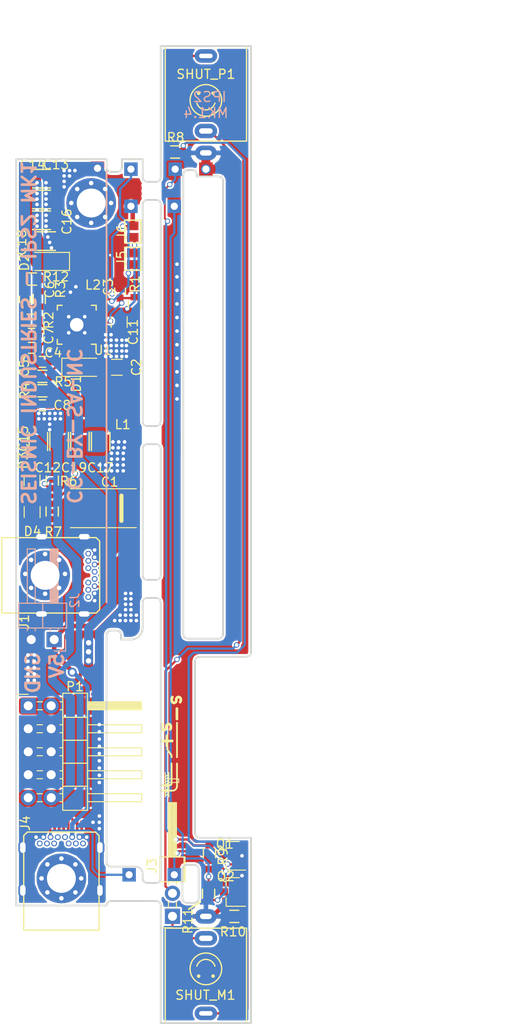
<source format=kicad_pcb>
(kicad_pcb (version 20171130) (host pcbnew "(5.0.1-3-g963ef8bb5)")
  (layers (0 F.Cu signal) (31 B.Cu signal) (34 B.Paste user) (35 F.Paste user) (36 B.SilkS user) (37 F.SilkS user) (38 B.Mask user) (39 F.Mask user) (44 Edge.Cuts user))
  (net 0 "")
  (net 1 Earth)
  (net 2 "Net-(C3-Pad1)")
  (net 3 "Net-(C4-Pad1)")
  (net 4 "Net-(C5-Pad1)")
  (net 5 "Net-(C6-Pad2)")
  (net 6 "Net-(C7-Pad2)")
  (net 7 "Net-(C8-Pad2)")
  (net 8 "Net-(D1-Pad2)")
  (net 9 "Net-(D2-Pad1)")
  (net 10 "Net-(D3-Pad2)")
  (net 11 "Net-(D4-Pad1)")
  (net 12 "Net-(Q1-Pad1)")
  (net 13 "Net-(Q2-Pad1)")
  (net 14 "Net-(J5-Pad2)")
  (net 15 "Net-(J6-Pad2)")
  (net 16 "Net-(R8-Pad1)")
  (net 17 "Net-(R10-Pad1)")
  (net 18 "Net-(C12-Pad1)")
  (net 19 "Net-(J3-Pad1)")
  (net 20 "Net-(J3-Pad2)")
  (net 21 "Net-(C6-Pad1)")
  (net 22 "Net-(C13-Pad1)")
  (net 23 V_INPUT)
  (net 24 "Net-(T9-Pad1)")
  (net 25 "Net-(T10-Pad1)")
  (net 26 "Net-(T11-Pad1)")
  (module raffilibkicad:break_tab (layer F.Cu) (at 15 16 90)
    (fp_text reference REF** hide)
    (fp_text value break_tab hide)
    (pad "" np_thru_hole circle (at -0.6 -0.7 90) (size 0.4 0.4) (drill 0.4) (layers *.Cu *.Mask))
    (pad "" np_thru_hole circle (at 0 -0.7 90) (size 0.4 0.4) (drill 0.4) (layers *.Cu *.Mask))
    (pad "" np_thru_hole circle (at 0.6 -0.7 90) (size 0.4 0.4) (drill 0.4) (layers *.Cu *.Mask))
    (pad "" np_thru_hole circle (at 0.6 0.7 90) (size 0.4 0.4) (drill 0.4) (layers *.Cu *.Mask))
    (pad "" np_thru_hole circle (at 0 0.7 90) (size 0.4 0.4) (drill 0.4) (layers *.Cu *.Mask))
    (pad "" np_thru_hole circle (at -0.6 0.7 90) (size 0.4 0.4) (drill 0.4) (layers *.Cu *.Mask))
  )
  (module raffilibkicad:TESTPAD_SMD_and_THT_SQR (layer B.Cu) (at 17.5 91.6)
    (fp_text reference T1 hide)
    (fp_text value TESTPIN hide)
    (pad 1 thru_hole circle (at 0 0) (size 1.1 1.1) (drill 0.8) (layers *.Cu *.Mask) (net 23 V_INPUT))
    (pad 1 smd rect (at 0 0) (size 1.5 1.5) (layers B.Cu B.Paste B.Mask) (net 23 V_INPUT))
  )
  (module raffilibkicad:TESTPAD_SMD_and_THT_SQR (layer B.Cu) (at 12.5 91.6 180)
    (fp_text reference T2 hide)
    (fp_text value TESTPIN hide)
    (pad 1 thru_hole circle (at 0 0 180) (size 1.1 1.1) (drill 0.8) (layers *.Cu *.Mask) (net 23 V_INPUT))
    (pad 1 smd rect (at 0 0 180) (size 1.5 1.5) (layers B.Cu B.Paste B.Mask) (net 23 V_INPUT))
  )
  (module raffilibkicad:TESTPAD_SMD_and_THT_SQR (layer B.Cu) (at 12.7 13.6)
    (fp_text reference T3 hide)
    (fp_text value TESTPIN hide)
    (pad 1 thru_hole circle (at 0 0) (size 1.1 1.1) (drill 0.8) (layers *.Cu *.Mask) (net 14 "Net-(J5-Pad2)"))
    (pad 1 smd rect (at 0 0) (size 1.5 1.5) (layers B.Cu B.Paste B.Mask) (net 14 "Net-(J5-Pad2)"))
  )
  (module raffilibkicad:TESTPAD_SMD_and_THT_SQR (layer B.Cu) (at 17.6 13.6 180)
    (fp_text reference T4 hide)
    (fp_text value TESTPIN hide)
    (pad 1 thru_hole circle (at 0 0 180) (size 1.1 1.1) (drill 0.8) (layers *.Cu *.Mask) (net 14 "Net-(J5-Pad2)"))
    (pad 1 smd rect (at 0 0 180) (size 1.5 1.5) (layers B.Cu B.Paste B.Mask) (net 14 "Net-(J5-Pad2)"))
  )
  (module raffilibkicad:TESTPAD_SMD_and_THT_SQR (layer B.Cu) (at 12.7 17.7 180)
    (fp_text reference T5 hide)
    (fp_text value TESTPIN hide)
    (pad 1 thru_hole circle (at 0 0 180) (size 1.1 1.1) (drill 0.8) (layers *.Cu *.Mask) (net 15 "Net-(J6-Pad2)"))
    (pad 1 smd rect (at 0 0 180) (size 1.5 1.5) (layers B.Cu B.Paste B.Mask) (net 15 "Net-(J6-Pad2)"))
  )
  (module raffilibkicad:TESTPAD_SMD_and_THT_SQR (layer B.Cu) (at 17.5 17.7)
    (fp_text reference T6 hide)
    (fp_text value TESTPIN hide)
    (pad 1 thru_hole circle (at 0 0) (size 1.1 1.1) (drill 0.8) (layers *.Cu *.Mask) (net 15 "Net-(J6-Pad2)"))
    (pad 1 smd rect (at 0 0) (size 1.5 1.5) (layers B.Cu B.Paste B.Mask) (net 15 "Net-(J6-Pad2)"))
  )
  (module raffilibkicad:TESTPAD_SMD_and_THT_SQR (layer F.Cu) (at 21 13.6)
    (fp_text reference T7 hide)
    (fp_text value TESTPIN hide)
    (pad 1 thru_hole circle (at 0 0) (size 1.1 1.1) (drill 0.8) (layers *.Cu *.Mask) (net 1 Earth))
    (pad 1 smd rect (at 0 0) (size 1.5 1.5) (layers F.Cu F.Paste F.Mask) (net 1 Earth))
  )
  (module raffilibkicad:TESTPAD_SMD_and_THT_SQR (layer F.Cu) (at 9 13.5)
    (fp_text reference T8 hide)
    (fp_text value TESTPIN hide)
    (pad 1 thru_hole circle (at 0 0) (size 1.1 1.1) (drill 0.8) (layers *.Cu *.Mask) (net 1 Earth))
    (pad 1 smd rect (at 0 0) (size 1.5 1.5) (layers F.Cu F.Paste F.Mask) (net 1 Earth))
  )
  (module raffilibkicad:USB_TYPE_C_WUERTH_632723300011 (layer F.Cu) (at -0.65 58.5 270)
    (fp_text reference J1 (at 5.16 -1.55 270) (layer F.SilkS))
    (fp_text value USB_C_Receptacle hide)
    (pad A1 smd roundrect (at -2.75 -10.58 270) (size 0.3 1.2) (layers F.Cu F.Paste F.Mask) (roundrect_rratio 0.05) (net 1 Earth))
    (pad B12 thru_hole circle (at -2.8 -9.33 270) (size 0.65 0.65) (drill 0.4) (layers *.Cu *.Mask) (net 1 Earth))
    (pad "" smd rect (at 0 -2.9 270) (size 0.2 1) (layers F.Cu F.Paste F.Mask))
    (pad S1 thru_hole oval (at -4.27 -3.45 270) (size 1 1.6) (drill oval 0.6 1.2) (layers *.Cu *.Mask) (net 1 Earth))
    (pad S1 thru_hole oval (at 4.27 -3.45 270) (size 1 1.6) (drill oval 0.6 1.2) (layers *.Cu *.Mask) (net 1 Earth))
    (pad S1 thru_hole oval (at -4.27 -8.18 270) (size 1 1.6) (drill oval 0.6 1.2) (layers *.Cu *.Mask) (net 1 Earth))
    (pad S1 thru_hole oval (at 4.27 -8.18 270) (size 1 1.6) (drill oval 0.6 1.2) (layers *.Cu *.Mask) (net 1 Earth))
    (pad "" smd rect (at 0 -5.9 270) (size 0.2 1) (layers F.Cu F.Paste F.Mask))
    (pad A2 smd roundrect (at -2.25 -10.58 270) (size 0.3 1.2) (layers F.Cu F.Paste F.Mask) (roundrect_rratio 0.05))
    (pad A3 smd roundrect (at -1.75 -10.58 270) (size 0.3 1.2) (layers F.Cu F.Paste F.Mask) (roundrect_rratio 0.05))
    (pad A4 smd roundrect (at -1.25 -10.58 270) (size 0.3 1.2) (layers F.Cu F.Paste F.Mask) (roundrect_rratio 0.05) (net 23 V_INPUT))
    (pad A5 smd roundrect (at -0.75 -10.58 270) (size 0.3 1.2) (layers F.Cu F.Paste F.Mask) (roundrect_rratio 0.05))
    (pad A6 smd roundrect (at -0.25 -10.58 270) (size 0.3 1.2) (layers F.Cu F.Paste F.Mask) (roundrect_rratio 0.05))
    (pad A7 smd roundrect (at 0.25 -10.58 270) (size 0.3 1.2) (layers F.Cu F.Paste F.Mask) (roundrect_rratio 0.05))
    (pad A8 smd roundrect (at 0.75 -10.58 270) (size 0.3 1.2) (layers F.Cu F.Paste F.Mask) (roundrect_rratio 0.05))
    (pad A9 smd roundrect (at 1.25 -10.58 270) (size 0.3 1.2) (layers F.Cu F.Paste F.Mask) (roundrect_rratio 0.05) (net 23 V_INPUT))
    (pad A10 smd roundrect (at 1.75 -10.58 270) (size 0.3 1.2) (layers F.Cu F.Paste F.Mask) (roundrect_rratio 0.05))
    (pad A11 smd roundrect (at 2.25 -10.58 270) (size 0.3 1.2) (layers F.Cu F.Paste F.Mask) (roundrect_rratio 0.05))
    (pad A12 smd roundrect (at 2.75 -10.58 270) (size 0.3 1.2) (layers F.Cu F.Paste F.Mask) (roundrect_rratio 0.05) (net 1 Earth))
    (pad B1 thru_hole circle (at 2.8 -9.33 270) (size 0.65 0.65) (drill 0.4) (layers *.Cu *.Mask) (net 1 Earth))
    (pad B11 thru_hole circle (at -2.4 -8.63 270) (size 0.65 0.65) (drill 0.4) (layers *.Cu *.Mask))
    (pad B2 thru_hole circle (at 2.4 -8.63 270) (size 0.65 0.65) (drill 0.4) (layers *.Cu *.Mask))
    (pad MS1 thru_hole circle (at -2 -9.33 270) (size 0.65 0.65) (drill 0.4) (layers *.Cu *.Mask) (net 1 Earth))
    (pad MS2 thru_hole circle (at 2 -9.33 270) (size 0.65 0.65) (drill 0.4) (layers *.Cu *.Mask) (net 1 Earth))
    (pad B9 thru_hole circle (at -1.2 -9.33 270) (size 0.65 0.65) (drill 0.4) (layers *.Cu *.Mask) (net 23 V_INPUT))
    (pad B4 thru_hole circle (at 1.2 -9.33 270) (size 0.65 0.65) (drill 0.4) (layers *.Cu *.Mask) (net 23 V_INPUT))
    (pad B7 thru_hole circle (at -0.4 -9.33 270) (size 0.65 0.65) (drill 0.4) (layers *.Cu *.Mask))
    (pad B6 thru_hole circle (at 0.4 -9.33 270) (size 0.65 0.65) (drill 0.4) (layers *.Cu *.Mask))
    (pad B10 thru_hole circle (at -1.6 -8.63 270) (size 0.65 0.65) (drill 0.4) (layers *.Cu *.Mask))
    (pad B8 thru_hole circle (at -0.8 -8.63 270) (size 0.65 0.65) (drill 0.4) (layers *.Cu *.Mask))
    (pad B5 thru_hole circle (at 0.8 -8.63 270) (size 0.65 0.65) (drill 0.4) (layers *.Cu *.Mask))
    (pad B3 thru_hole circle (at 1.6 -8.63 270) (size 0.65 0.65) (drill 0.4) (layers *.Cu *.Mask))
  )
  (module raffilibkicad:USB_TYPE_C_WUERTH_632723300011 (layer F.Cu) (at 5 96.77)
    (fp_text reference J4 (at -4 -10.87 90) (layer F.SilkS))
    (fp_text value USB_C_Receptacle hide)
    (pad A1 smd roundrect (at -2.75 -10.58) (size 0.3 1.2) (layers F.Cu F.Paste F.Mask) (roundrect_rratio 0.05) (net 1 Earth))
    (pad B12 thru_hole circle (at -2.8 -9.33) (size 0.65 0.65) (drill 0.4) (layers *.Cu *.Mask) (net 1 Earth))
    (pad "" smd rect (at 0 -2.9) (size 0.2 1) (layers F.Cu F.Paste F.Mask))
    (pad S1 thru_hole oval (at -4.27 -3.45) (size 1 1.6) (drill oval 0.6 1.2) (layers *.Cu *.Mask) (net 1 Earth))
    (pad S1 thru_hole oval (at 4.27 -3.45) (size 1 1.6) (drill oval 0.6 1.2) (layers *.Cu *.Mask) (net 1 Earth))
    (pad S1 thru_hole oval (at -4.27 -8.18) (size 1 1.6) (drill oval 0.6 1.2) (layers *.Cu *.Mask) (net 1 Earth))
    (pad S1 thru_hole oval (at 4.27 -8.18) (size 1 1.6) (drill oval 0.6 1.2) (layers *.Cu *.Mask) (net 1 Earth))
    (pad "" smd rect (at 0 -5.9) (size 0.2 1) (layers F.Cu F.Paste F.Mask))
    (pad A2 smd roundrect (at -2.25 -10.58) (size 0.3 1.2) (layers F.Cu F.Paste F.Mask) (roundrect_rratio 0.05))
    (pad A3 smd roundrect (at -1.75 -10.58) (size 0.3 1.2) (layers F.Cu F.Paste F.Mask) (roundrect_rratio 0.05))
    (pad A4 smd roundrect (at -1.25 -10.58) (size 0.3 1.2) (layers F.Cu F.Paste F.Mask) (roundrect_rratio 0.05) (net 23 V_INPUT))
    (pad A5 smd roundrect (at -0.75 -10.58) (size 0.3 1.2) (layers F.Cu F.Paste F.Mask) (roundrect_rratio 0.05))
    (pad A6 smd roundrect (at -0.25 -10.58) (size 0.3 1.2) (layers F.Cu F.Paste F.Mask) (roundrect_rratio 0.05))
    (pad A7 smd roundrect (at 0.25 -10.58) (size 0.3 1.2) (layers F.Cu F.Paste F.Mask) (roundrect_rratio 0.05))
    (pad A8 smd roundrect (at 0.75 -10.58) (size 0.3 1.2) (layers F.Cu F.Paste F.Mask) (roundrect_rratio 0.05))
    (pad A9 smd roundrect (at 1.25 -10.58) (size 0.3 1.2) (layers F.Cu F.Paste F.Mask) (roundrect_rratio 0.05) (net 23 V_INPUT))
    (pad A10 smd roundrect (at 1.75 -10.58) (size 0.3 1.2) (layers F.Cu F.Paste F.Mask) (roundrect_rratio 0.05))
    (pad A11 smd roundrect (at 2.25 -10.58) (size 0.3 1.2) (layers F.Cu F.Paste F.Mask) (roundrect_rratio 0.05))
    (pad A12 smd roundrect (at 2.75 -10.58) (size 0.3 1.2) (layers F.Cu F.Paste F.Mask) (roundrect_rratio 0.05) (net 1 Earth))
    (pad B1 thru_hole circle (at 2.8 -9.33) (size 0.65 0.65) (drill 0.4) (layers *.Cu *.Mask) (net 1 Earth))
    (pad B11 thru_hole circle (at -2.4 -8.63) (size 0.65 0.65) (drill 0.4) (layers *.Cu *.Mask))
    (pad B2 thru_hole circle (at 2.4 -8.63) (size 0.65 0.65) (drill 0.4) (layers *.Cu *.Mask))
    (pad MS1 thru_hole circle (at -2 -9.33) (size 0.65 0.65) (drill 0.4) (layers *.Cu *.Mask) (net 1 Earth))
    (pad MS2 thru_hole circle (at 2 -9.33) (size 0.65 0.65) (drill 0.4) (layers *.Cu *.Mask) (net 1 Earth))
    (pad B9 thru_hole circle (at -1.2 -9.33) (size 0.65 0.65) (drill 0.4) (layers *.Cu *.Mask) (net 23 V_INPUT))
    (pad B4 thru_hole circle (at 1.2 -9.33) (size 0.65 0.65) (drill 0.4) (layers *.Cu *.Mask) (net 23 V_INPUT))
    (pad B7 thru_hole circle (at -0.4 -9.33) (size 0.65 0.65) (drill 0.4) (layers *.Cu *.Mask))
    (pad B6 thru_hole circle (at 0.4 -9.33) (size 0.65 0.65) (drill 0.4) (layers *.Cu *.Mask))
    (pad B10 thru_hole circle (at -1.6 -8.63) (size 0.65 0.65) (drill 0.4) (layers *.Cu *.Mask))
    (pad B8 thru_hole circle (at -0.8 -8.63) (size 0.65 0.65) (drill 0.4) (layers *.Cu *.Mask))
    (pad B5 thru_hole circle (at 0.8 -8.63) (size 0.65 0.65) (drill 0.4) (layers *.Cu *.Mask))
    (pad B3 thru_hole circle (at 1.6 -8.63) (size 0.65 0.65) (drill 0.4) (layers *.Cu *.Mask))
  )
  (module raffilibkicad:R_0603 (layer F.Cu) (at 13.1 28.6 270)
    (fp_text reference R1 (at -2.3 -0.05 90) (layer F.SilkS))
    (fp_text value 100)
    (pad 1 smd rect (at -0.85 0 270) (size 0.7 0.9) (layers F.Cu F.Paste F.Mask) (net 2 "Net-(C3-Pad1)"))
    (pad 2 smd rect (at 0.85 0 270) (size 0.7 0.9) (layers F.Cu F.Paste F.Mask) (net 23 V_INPUT))
  )
  (module raffilibkicad:C_0603 (layer F.Cu) (at 11.5 27.1 90)
    (fp_text reference C3 (at 0.45 -1.3 270) (layer F.SilkS))
    (fp_text value 100n)
    (pad 1 smd rect (at -0.75 0 90) (size 0.8 0.75) (layers F.Cu F.Paste F.Mask) (net 2 "Net-(C3-Pad1)"))
    (pad 2 smd rect (at 0.75 0 90) (size 0.8 0.75) (layers F.Cu F.Paste F.Mask) (net 1 Earth))
  )
  (module raffilibkicad:Pin_Header_Angled_2x05_Pitch2.54mm_with_space_for_con (layer F.Cu) (at 2.6 78)
    (fp_text reference P1 (at 3.9 -7.2) (layer F.SilkS))
    (fp_text value CONN_02X05 hide)
    (pad 1 thru_hole rect (at -1.27 -5.08) (size 1.7 1.7) (drill 1) (layers *.Cu *.Mask) (net 22 "Net-(C13-Pad1)"))
    (pad 2 thru_hole oval (at 1.27 -5.08) (size 1.7 1.7) (drill 1) (layers *.Cu *.Mask) (net 22 "Net-(C13-Pad1)"))
    (pad 3 thru_hole oval (at -1.27 -2.54) (size 1.7 1.7) (drill 1) (layers *.Cu *.Mask) (net 1 Earth))
    (pad 4 thru_hole oval (at 1.27 -2.54) (size 1.7 1.7) (drill 1) (layers *.Cu *.Mask) (net 1 Earth))
    (pad 5 thru_hole oval (at -1.27 0) (size 1.7 1.7) (drill 1) (layers *.Cu *.Mask) (net 1 Earth))
    (pad 6 thru_hole oval (at 1.27 0) (size 1.7 1.7) (drill 1) (layers *.Cu *.Mask) (net 1 Earth))
    (pad 7 thru_hole oval (at -1.27 2.54) (size 1.7 1.7) (drill 1) (layers *.Cu *.Mask) (net 1 Earth))
    (pad 8 thru_hole oval (at 1.27 2.54) (size 1.7 1.7) (drill 1) (layers *.Cu *.Mask) (net 1 Earth))
    (pad 9 thru_hole oval (at -1.27 5.08) (size 1.7 1.7) (drill 1) (layers *.Cu *.Mask) (net 18 "Net-(C12-Pad1)"))
    (pad 10 thru_hole oval (at 1.27 5.08) (size 1.7 1.7) (drill 1) (layers *.Cu *.Mask) (net 18 "Net-(C12-Pad1)"))
  )
  (module raffilibkicad:break_tab (layer F.Cu) (at 15 93.5 90)
    (fp_text reference REF** hide)
    (fp_text value break_tab hide)
    (pad "" np_thru_hole circle (at -0.6 0.7 90) (size 0.4 0.4) (drill 0.4) (layers *.Cu *.Mask))
    (pad "" np_thru_hole circle (at 0 0.7 90) (size 0.4 0.4) (drill 0.4) (layers *.Cu *.Mask))
    (pad "" np_thru_hole circle (at 0.6 0.7 90) (size 0.4 0.4) (drill 0.4) (layers *.Cu *.Mask))
    (pad "" np_thru_hole circle (at 0.6 -0.7 90) (size 0.4 0.4) (drill 0.4) (layers *.Cu *.Mask))
    (pad "" np_thru_hole circle (at 0 -0.7 90) (size 0.4 0.4) (drill 0.4) (layers *.Cu *.Mask))
    (pad "" np_thru_hole circle (at -0.6 -0.7 90) (size 0.4 0.4) (drill 0.4) (layers *.Cu *.Mask))
  )
  (module raffilibkicad:break_tab (layer F.Cu) (at 15 60 90)
    (fp_text reference REF** hide)
    (fp_text value break_tab hide)
    (pad "" np_thru_hole circle (at -0.6 0.7 90) (size 0.4 0.4) (drill 0.4) (layers *.Cu *.Mask))
    (pad "" np_thru_hole circle (at 0 0.7 90) (size 0.4 0.4) (drill 0.4) (layers *.Cu *.Mask))
    (pad "" np_thru_hole circle (at 0.6 0.7 90) (size 0.4 0.4) (drill 0.4) (layers *.Cu *.Mask))
    (pad "" np_thru_hole circle (at 0.6 -0.7 90) (size 0.4 0.4) (drill 0.4) (layers *.Cu *.Mask))
    (pad "" np_thru_hole circle (at 0 -0.7 90) (size 0.4 0.4) (drill 0.4) (layers *.Cu *.Mask))
    (pad "" np_thru_hole circle (at -0.6 -0.7 90) (size 0.4 0.4) (drill 0.4) (layers *.Cu *.Mask))
  )
  (module raffilibkicad:break_tab (layer F.Cu) (at 15 43 90)
    (fp_text reference REF** hide)
    (fp_text value break_tab hide)
    (pad "" np_thru_hole circle (at -0.6 0.7 90) (size 0.4 0.4) (drill 0.4) (layers *.Cu *.Mask))
    (pad "" np_thru_hole circle (at 0 0.7 90) (size 0.4 0.4) (drill 0.4) (layers *.Cu *.Mask))
    (pad "" np_thru_hole circle (at 0.6 0.7 90) (size 0.4 0.4) (drill 0.4) (layers *.Cu *.Mask))
    (pad "" np_thru_hole circle (at 0.6 -0.7 90) (size 0.4 0.4) (drill 0.4) (layers *.Cu *.Mask))
    (pad "" np_thru_hole circle (at 0 -0.7 90) (size 0.4 0.4) (drill 0.4) (layers *.Cu *.Mask))
    (pad "" np_thru_hole circle (at -0.6 -0.7 90) (size 0.4 0.4) (drill 0.4) (layers *.Cu *.Mask))
  )
  (module raffilibkicad:CP_Elec_7.3x4.3 (layer F.Cu) (at 9.65 51.08 180)
    (fp_text reference C1 (at -0.7 2.9 180) (layer F.SilkS))
    (fp_text value 22u hide)
    (pad 1 smd rect (at -3.2 0) (size 1.5 2.4) (layers F.Cu F.Paste F.Mask) (net 23 V_INPUT))
    (pad 2 smd rect (at 3.2 0) (size 1.5 2.4) (layers F.Cu F.Paste F.Mask) (net 1 Earth))
  )
  (module raffilibkicad:C_0603 (layer F.Cu) (at 2.9 34.9 180)
    (fp_text reference C4 (at -1.2 1) (layer F.SilkS))
    (fp_text value 10n)
    (pad 1 smd rect (at -0.75 0 180) (size 0.8 0.75) (layers F.Cu F.Paste F.Mask) (net 3 "Net-(C4-Pad1)"))
    (pad 2 smd rect (at 0.75 0 180) (size 0.8 0.75) (layers F.Cu F.Paste F.Mask) (net 1 Earth))
  )
  (module raffilibkicad:C_0603 (layer F.Cu) (at 1.7 33.35 180)
    (fp_text reference C5 (at 0.8 -2.25 270) (layer F.SilkS))
    (fp_text value 4n7)
    (pad 1 smd rect (at -0.75 0 180) (size 0.8 0.75) (layers F.Cu F.Paste F.Mask) (net 4 "Net-(C5-Pad1)"))
    (pad 2 smd rect (at 0.75 0 180) (size 0.8 0.75) (layers F.Cu F.Paste F.Mask) (net 1 Earth))
  )
  (module raffilibkicad:C_0603 (layer F.Cu) (at 1.7 31.8)
    (fp_text reference C7 (at 1.9 0.2 90) (layer F.SilkS))
    (fp_text value 220n)
    (pad 1 smd rect (at -0.75 0) (size 0.8 0.75) (layers F.Cu F.Paste F.Mask) (net 1 Earth))
    (pad 2 smd rect (at 0.75 0) (size 0.8 0.75) (layers F.Cu F.Paste F.Mask) (net 6 "Net-(C7-Pad2)"))
  )
  (module raffilibkicad:Inductor_SRN4018TA_bourns (layer F.Cu) (at 9.89 38.78)
    (fp_text reference L1 (at 1.9 3.05) (layer F.SilkS))
    (fp_text value 4u7 hide)
    (pad 1 smd rect (at -1.6 0) (size 1.8 4.2) (layers F.Cu F.Paste F.Mask) (net 8 "Net-(D1-Pad2)"))
    (pad 2 smd rect (at 1.6 0) (size 1.8 4.2) (layers F.Cu F.Paste F.Mask) (net 23 V_INPUT))
  )
  (module raffilibkicad:Inductor_SRN4018TA_bourns (layer F.Cu) (at 8.5 22.95 270)
    (fp_text reference L2 (at 3.45 0) (layer F.SilkS))
    (fp_text value 4u7 hide)
    (pad 1 smd rect (at -1.6 0 270) (size 1.8 4.2) (layers F.Cu F.Paste F.Mask) (net 1 Earth))
    (pad 2 smd rect (at 1.6 0 270) (size 1.8 4.2) (layers F.Cu F.Paste F.Mask) (net 9 "Net-(D2-Pad1)"))
  )
  (module raffilibkicad:D_SOD-123F (layer F.Cu) (at 7.25 35.5)
    (fp_text reference D1 (at -0.6 1.8 90) (layer F.SilkS))
    (fp_text value NRVTS245)
    (pad 1 smd rect (at -1.4 0) (size 1.1 1.1) (layers F.Cu F.Paste F.Mask) (net 18 "Net-(C12-Pad1)"))
    (pad 2 smd rect (at 1.4 0) (size 1.1 1.1) (layers F.Cu F.Paste F.Mask) (net 8 "Net-(D1-Pad2)"))
  )
  (module raffilibkicad:D_SOD-123F (layer F.Cu) (at 3.7 23.8 180)
    (fp_text reference D2 (at 2.8 -0.1 270) (layer F.SilkS))
    (fp_text value NRVTS245)
    (pad 1 smd rect (at -1.4 0 180) (size 1.1 1.1) (layers F.Cu F.Paste F.Mask) (net 9 "Net-(D2-Pad1)"))
    (pad 2 smd rect (at 1.4 0 180) (size 1.1 1.1) (layers F.Cu F.Paste F.Mask) (net 22 "Net-(C13-Pad1)"))
  )
  (module raffilibkicad:R_0603 (layer F.Cu) (at 3.99 48.02 90)
    (fp_text reference R6 (at -0.08 1.81 180) (layer F.SilkS))
    (fp_text value 1k)
    (pad 1 smd rect (at -0.85 0 90) (size 0.7 0.9) (layers F.Cu F.Paste F.Mask) (net 18 "Net-(C12-Pad1)"))
    (pad 2 smd rect (at 0.85 0 90) (size 0.7 0.9) (layers F.Cu F.Paste F.Mask) (net 10 "Net-(D3-Pad2)"))
  )
  (module raffilibkicad:R_0603 (layer F.Cu) (at 3.98 51.44 270)
    (fp_text reference R7 (at 2.26 -0.12) (layer F.SilkS))
    (fp_text value 1k)
    (pad 1 smd rect (at -0.85 0 270) (size 0.7 0.9) (layers F.Cu F.Paste F.Mask) (net 22 "Net-(C13-Pad1)"))
    (pad 2 smd rect (at 0.85 0 270) (size 0.7 0.9) (layers F.Cu F.Paste F.Mask) (net 11 "Net-(D4-Pad1)"))
  )
  (module raffilibkicad:SOT-23 (layer F.Cu) (at 24 89.5 180)
    (fp_text reference Q1 (at 0.9 1.3 180) (layer F.SilkS))
    (fp_text value Q_NPN_BEC)
    (pad 1 smd rect (at -1 -0.95 180) (size 0.9 0.8) (layers F.Cu F.Paste F.Mask) (net 12 "Net-(Q1-Pad1)"))
    (pad 2 smd rect (at -1 0.95 180) (size 0.9 0.8) (layers F.Cu F.Paste F.Mask) (net 1 Earth))
    (pad 3 smd rect (at 1 0 180) (size 0.9 0.8) (layers F.Cu F.Paste F.Mask) (net 14 "Net-(J5-Pad2)"))
  )
  (module raffilibkicad:SOT-23 (layer F.Cu) (at 24 93.5 180)
    (fp_text reference Q2 (at 0.8 1.7 180) (layer F.SilkS))
    (fp_text value Q_NPN_BEC)
    (pad 1 smd rect (at -1 -0.95 180) (size 0.9 0.8) (layers F.Cu F.Paste F.Mask) (net 13 "Net-(Q2-Pad1)"))
    (pad 2 smd rect (at -1 0.95 180) (size 0.9 0.8) (layers F.Cu F.Paste F.Mask) (net 1 Earth))
    (pad 3 smd rect (at 1 0 180) (size 0.9 0.8) (layers F.Cu F.Paste F.Mask) (net 15 "Net-(J6-Pad2)"))
  )
  (module raffilibkicad:R_0603 (layer F.Cu) (at 17.6 11.7)
    (fp_text reference R8 (at 0.05 -1.6) (layer F.SilkS))
    (fp_text value 1k)
    (pad 1 smd rect (at -0.85 0) (size 0.7 0.9) (layers F.Cu F.Paste F.Mask) (net 16 "Net-(R8-Pad1)"))
    (pad 2 smd rect (at 0.85 0) (size 0.7 0.9) (layers F.Cu F.Paste F.Mask) (net 12 "Net-(Q1-Pad1)"))
  )
  (module raffilibkicad:R_0603 (layer F.Cu) (at 21.4 89.2 270)
    (fp_text reference R9 (at 0.4 -1.5 270) (layer F.SilkS))
    (fp_text value 1k)
    (pad 1 smd rect (at -0.85 0 270) (size 0.7 0.9) (layers F.Cu F.Paste F.Mask) (net 14 "Net-(J5-Pad2)"))
    (pad 2 smd rect (at 0.85 0 270) (size 0.7 0.9) (layers F.Cu F.Paste F.Mask) (net 23 V_INPUT))
  )
  (module raffilibkicad:R_0603 (layer F.Cu) (at 24.15 96.2)
    (fp_text reference R10 (at -0.15 1.7) (layer F.SilkS))
    (fp_text value 1k)
    (pad 1 smd rect (at -0.85 0) (size 0.7 0.9) (layers F.Cu F.Paste F.Mask) (net 17 "Net-(R10-Pad1)"))
    (pad 2 smd rect (at 0.85 0) (size 0.7 0.9) (layers F.Cu F.Paste F.Mask) (net 13 "Net-(Q2-Pad1)"))
  )
  (module raffilibkicad:R_0603 (layer F.Cu) (at 21.3 93.7 270)
    (fp_text reference R11 (at 3 2.3 90) (layer F.SilkS))
    (fp_text value 1k)
    (pad 1 smd rect (at -0.85 0 270) (size 0.7 0.9) (layers F.Cu F.Paste F.Mask) (net 15 "Net-(J6-Pad2)"))
    (pad 2 smd rect (at 0.85 0 270) (size 0.7 0.9) (layers F.Cu F.Paste F.Mask) (net 23 V_INPUT))
  )
  (module raffilibkicad:QFN-24-4x4mm_Pitch0.5mm_handsolder_big_thermal_hole (layer F.Cu) (at 6.7 30.8 180)
    (fp_text reference U1 (at -2.9 -2.806989 180) (layer F.SilkS))
    (fp_text value TPS65131)
    (pad 1 smd rect (at -2 -1.25 180) (size 0.95 0.3) (layers F.Cu F.Paste F.Mask) (net 8 "Net-(D1-Pad2)"))
    (pad 2 smd rect (at -2 -0.75 180) (size 0.95 0.3) (layers F.Cu F.Paste F.Mask) (net 1 Earth))
    (pad 3 smd rect (at -2 -0.25 180) (size 0.95 0.3) (layers F.Cu F.Paste F.Mask) (net 1 Earth))
    (pad 4 smd rect (at -2 0.25 180) (size 0.95 0.3) (layers F.Cu F.Paste F.Mask) (net 2 "Net-(C3-Pad1)"))
    (pad 5 smd rect (at -2 0.75 180) (size 0.95 0.3) (layers F.Cu F.Paste F.Mask) (net 23 V_INPUT))
    (pad 6 smd rect (at -2 1.25 180) (size 0.95 0.3) (layers F.Cu F.Paste F.Mask) (net 23 V_INPUT))
    (pad 7 smd rect (at -1.25 2 270) (size 0.95 0.3) (layers F.Cu F.Paste F.Mask))
    (pad 8 smd rect (at -0.75 2 270) (size 0.95 0.3) (layers F.Cu F.Paste F.Mask) (net 14 "Net-(J5-Pad2)"))
    (pad 9 smd rect (at -0.25 2 270) (size 0.95 0.3) (layers F.Cu F.Paste F.Mask) (net 1 Earth))
    (pad 10 smd rect (at 0.25 2 270) (size 0.95 0.3) (layers F.Cu F.Paste F.Mask) (net 15 "Net-(J6-Pad2)"))
    (pad 11 smd rect (at 0.75 2 270) (size 0.95 0.3) (layers F.Cu F.Paste F.Mask) (net 1 Earth))
    (pad 12 smd rect (at 1.25 2 270) (size 0.95 0.3) (layers F.Cu F.Paste F.Mask))
    (pad 13 smd rect (at 2 1.25 180) (size 0.95 0.3) (layers F.Cu F.Paste F.Mask) (net 9 "Net-(D2-Pad1)"))
    (pad 14 smd rect (at 2 0.75 180) (size 0.95 0.3) (layers F.Cu F.Paste F.Mask) (net 9 "Net-(D2-Pad1)"))
    (pad 15 smd rect (at 2 0.25 180) (size 0.95 0.3) (layers F.Cu F.Paste F.Mask) (net 22 "Net-(C13-Pad1)"))
    (pad 16 smd rect (at 2 -0.25 180) (size 0.95 0.3) (layers F.Cu F.Paste F.Mask) (net 5 "Net-(C6-Pad2)"))
    (pad 17 smd rect (at 2 -0.75 180) (size 0.95 0.3) (layers F.Cu F.Paste F.Mask) (net 6 "Net-(C7-Pad2)"))
    (pad 18 smd rect (at 2 -1.25 180) (size 0.95 0.3) (layers F.Cu F.Paste F.Mask) (net 4 "Net-(C5-Pad1)"))
    (pad 19 smd rect (at 1.25 -2 270) (size 0.95 0.3) (layers F.Cu F.Paste F.Mask) (net 1 Earth))
    (pad 20 smd rect (at 0.75 -2 270) (size 0.95 0.3) (layers F.Cu F.Paste F.Mask))
    (pad 21 smd rect (at 0.25 -2 270) (size 0.95 0.3) (layers F.Cu F.Paste F.Mask) (net 3 "Net-(C4-Pad1)"))
    (pad 22 smd rect (at -0.25 -2 270) (size 0.95 0.3) (layers F.Cu F.Paste F.Mask) (net 7 "Net-(C8-Pad2)"))
    (pad 23 smd rect (at -0.75 -2 270) (size 0.95 0.3) (layers F.Cu F.Paste F.Mask) (net 18 "Net-(C12-Pad1)"))
    (pad 24 smd rect (at -1.25 -2 270) (size 0.95 0.3) (layers F.Cu F.Paste F.Mask) (net 8 "Net-(D1-Pad2)"))
    (pad 25 smd rect (at 0.65 0.65 180) (size 1.3 1.3) (layers F.Cu F.Paste F.Mask) (net 1 Earth))
    (pad 25 smd rect (at 0.65 -0.65 180) (size 1.3 1.3) (layers F.Cu F.Paste F.Mask) (net 1 Earth))
    (pad 25 smd rect (at -0.65 0.65 180) (size 1.3 1.3) (layers F.Cu F.Paste F.Mask) (net 1 Earth))
    (pad 25 smd rect (at -0.65 -0.65 180) (size 1.3 1.3) (layers F.Cu F.Paste F.Mask) (net 1 Earth))
    (pad 25 thru_hole circle (at 0 0 180) (size 2 2) (drill 1.5) (layers *.Cu *.Mask) (net 1 Earth))
    (pad 25 thru_hole circle (at -0.889 -0.889 180) (size 0.6 0.6) (drill 0.4) (layers *.Cu *.Mask) (net 1 Earth))
    (pad 25 thru_hole circle (at 0.889 -0.889 180) (size 0.6 0.6) (drill 0.4) (layers *.Cu *.Mask) (net 1 Earth))
    (pad 25 thru_hole circle (at -0.889 0.889 180) (size 0.6 0.6) (drill 0.4) (layers *.Cu *.Mask) (net 1 Earth))
    (pad 25 thru_hole circle (at 0.889 0.889 180) (size 0.6 0.6) (drill 0.4) (layers *.Cu *.Mask) (net 1 Earth))
  )
  (module Connectors:GS2 (layer F.Cu) (at 12.9 23.5)
    (fp_text reference J5 (at -1.25 -0.05 90) (layer F.SilkS))
    (fp_text value GS2)
    (pad 1 smd rect (at 0 -0.635) (size 1.27 0.9652) (layers F.Cu F.Paste F.Mask) (net 23 V_INPUT))
    (pad 2 smd rect (at 0 0.635) (size 1.27 0.9652) (layers F.Cu F.Paste F.Mask) (net 14 "Net-(J5-Pad2)"))
  )
  (module Connectors:GS2 (layer F.Cu) (at 12.9 20.5 180)
    (fp_text reference J6 (at 1.2 -0.05 270) (layer F.SilkS))
    (fp_text value GS2)
    (pad 1 smd rect (at 0 -0.635 180) (size 1.27 0.9652) (layers F.Cu F.Paste F.Mask) (net 23 V_INPUT))
    (pad 2 smd rect (at 0 0.635 180) (size 1.27 0.9652) (layers F.Cu F.Paste F.Mask) (net 15 "Net-(J6-Pad2)"))
  )
  (module raffilibkicad:jack_qingpu (layer F.Cu) (at 21 102 180)
    (fp_text reference SHUT_M1 (at 0.05 -2.9 180) (layer F.SilkS))
    (fp_text value JACK_QINGPU hide)
    (pad 3 thru_hole oval (at 0 -4.92 180) (size 2.5 1.5) (drill oval 1.5 0.5) (layers *.Cu *.Mask) (net 17 "Net-(R10-Pad1)"))
    (pad 2 thru_hole oval (at 0 3.38 180) (size 2.5 1.6) (drill oval 1.5 0.6) (layers *.Cu *.Mask) (net 19 "Net-(J3-Pad1)"))
    (pad 1 thru_hole oval (at 0 5.8 180) (size 2.4 1.6) (drill oval 1.3 0.6) (layers *.Cu *.Mask) (net 1 Earth))
  )
  (module raffilibkicad:jack_qingpu (layer F.Cu) (at 21 6)
    (fp_text reference SHUT_P1 (at 0 -2.9) (layer F.SilkS))
    (fp_text value JACK_QINGPU hide)
    (pad 3 thru_hole oval (at 0 -4.92) (size 2.5 1.5) (drill oval 1.5 0.5) (layers *.Cu *.Mask) (net 16 "Net-(R8-Pad1)"))
    (pad 2 thru_hole oval (at 0 3.38) (size 2.5 1.6) (drill oval 1.5 0.6) (layers *.Cu *.Mask) (net 20 "Net-(J3-Pad2)"))
    (pad 1 thru_hole oval (at 0 5.8) (size 2.4 1.6) (drill oval 1.3 0.6) (layers *.Cu *.Mask) (net 1 Earth))
  )
  (module raffilibkicad:C_1206 (layer F.Cu) (at 4.75 43.7 270)
    (fp_text reference C12 (at 2.9 1.25) (layer F.SilkS))
    (fp_text value 6u8)
    (pad 1 smd rect (at -1.5 0 270) (size 1 1.6) (layers F.Cu F.Paste F.Mask) (net 18 "Net-(C12-Pad1)"))
    (pad 2 smd rect (at 1.5 0 270) (size 1 1.6) (layers F.Cu F.Paste F.Mask) (net 1 Earth))
  )
  (module raffilibkicad:C_1206 (layer F.Cu) (at 2.8 16.95)
    (fp_text reference C13 (at 1.6 -3.85) (layer F.SilkS))
    (fp_text value 6u8)
    (pad 1 smd rect (at -1.5 0) (size 1 1.6) (layers F.Cu F.Paste F.Mask) (net 22 "Net-(C13-Pad1)"))
    (pad 2 smd rect (at 1.5 0) (size 1 1.6) (layers F.Cu F.Paste F.Mask) (net 1 Earth))
  )
  (module raffilibkicad:C_1206 (layer F.Cu) (at 2.8 14.65)
    (fp_text reference C14 (at -1 -1.55) (layer F.SilkS))
    (fp_text value 6u8)
    (pad 1 smd rect (at -1.5 0) (size 1 1.6) (layers F.Cu F.Paste F.Mask) (net 22 "Net-(C13-Pad1)"))
    (pad 2 smd rect (at 1.5 0) (size 1 1.6) (layers F.Cu F.Paste F.Mask) (net 1 Earth))
  )
  (module raffilibkicad:C_1206 (layer F.Cu) (at 2.45 43.7 90)
    (fp_text reference C15 (at 0.3 -1.65 270) (layer F.SilkS))
    (fp_text value 6u8)
    (pad 1 smd rect (at -1.5 0 90) (size 1 1.6) (layers F.Cu F.Paste F.Mask) (net 1 Earth))
    (pad 2 smd rect (at 1.5 0 90) (size 1 1.6) (layers F.Cu F.Paste F.Mask) (net 18 "Net-(C12-Pad1)"))
  )
  (module raffilibkicad:C_1206 (layer F.Cu) (at 2.8 19.25)
    (fp_text reference C16 (at 2.8 0.15 90) (layer F.SilkS))
    (fp_text value 6u8)
    (pad 1 smd rect (at -1.5 0) (size 1 1.6) (layers F.Cu F.Paste F.Mask) (net 22 "Net-(C13-Pad1)"))
    (pad 2 smd rect (at 1.5 0) (size 1 1.6) (layers F.Cu F.Paste F.Mask) (net 1 Earth))
  )
  (module raffilibkicad:C_1206 (layer F.Cu) (at 9.35 43.7 270)
    (fp_text reference C17 (at 2.9 0.05 180) (layer F.SilkS))
    (fp_text value 6u8)
    (pad 1 smd rect (at -1.5 0 270) (size 1 1.6) (layers F.Cu F.Paste F.Mask) (net 18 "Net-(C12-Pad1)"))
    (pad 2 smd rect (at 1.5 0 270) (size 1 1.6) (layers F.Cu F.Paste F.Mask) (net 1 Earth))
  )
  (module raffilibkicad:C_1206 (layer F.Cu) (at 3.35 21.55)
    (fp_text reference C18 (at -2.75 0.15 90) (layer F.SilkS))
    (fp_text value 6u8)
    (pad 1 smd rect (at -1.5 0) (size 1 1.6) (layers F.Cu F.Paste F.Mask) (net 22 "Net-(C13-Pad1)"))
    (pad 2 smd rect (at 1.5 0) (size 1 1.6) (layers F.Cu F.Paste F.Mask) (net 1 Earth))
  )
  (module raffilibkicad:C_1206 (layer F.Cu) (at 7.05 43.7 270)
    (fp_text reference C19 (at 2.9 0.65 180) (layer F.SilkS))
    (fp_text value 6u8)
    (pad 1 smd rect (at -1.5 0 270) (size 1 1.6) (layers F.Cu F.Paste F.Mask) (net 18 "Net-(C12-Pad1)"))
    (pad 2 smd rect (at 1.5 0 270) (size 1 1.6) (layers F.Cu F.Paste F.Mask) (net 1 Earth))
  )
  (module raffilibkicad:Pin_Header_Angled_1x02_Pitch2.54mm (layer B.Cu) (at 4.2 65.6 90)
    (fp_text reference J2 (at 4.315 2.27 90) (layer B.SilkS) (effects (justify mirror)))
    (fp_text value CONN_01X02_MALE)
    (pad 1 thru_hole rect (at 0 0 90) (size 1.7 1.7) (drill 1) (layers *.Cu *.Mask) (net 23 V_INPUT))
    (pad 2 thru_hole oval (at 0 -2.54 90) (size 1.7 1.7) (drill 1) (layers *.Cu *.Mask) (net 1 Earth))
  )
  (module raffilibkicad:Pin_Header_Angled_2x01_Pitch2.54mm (layer F.Cu) (at 17.3 96.19 90)
    (fp_text reference J3 (at 5.585 -2.27 90) (layer F.SilkS))
    (fp_text value CONN_01X02_MALE)
    (pad 1 thru_hole rect (at 0 0 90) (size 1.7 1.7) (drill 1) (layers *.Cu *.Mask) (net 19 "Net-(J3-Pad1)"))
    (pad 2 thru_hole oval (at 2.54 0 90) (size 1.7 1.7) (drill 1) (layers *.Cu *.Mask) (net 20 "Net-(J3-Pad2)"))
  )
  (module raffilibkicad:C_0805 (layer F.Cu) (at 11.15 35.5 180)
    (fp_text reference C2 (at -2.15 0 270) (layer F.SilkS))
    (fp_text value 4u7)
    (pad 1 smd rect (at -0.95 0 180) (size 0.9 1.3) (layers F.Cu F.Paste F.Mask) (net 23 V_INPUT))
    (pad 2 smd rect (at 0.95 0 180) (size 0.9 1.3) (layers F.Cu F.Paste F.Mask) (net 1 Earth))
  )
  (module raffilibkicad:C_0805 (layer F.Cu) (at 11.4 30.5 270)
    (fp_text reference C11 (at 1.1 -1.55 90) (layer F.SilkS))
    (fp_text value 4u7)
    (pad 1 smd rect (at -0.95 0 270) (size 0.9 1.3) (layers F.Cu F.Paste F.Mask) (net 23 V_INPUT))
    (pad 2 smd rect (at 0.95 0 270) (size 0.9 1.3) (layers F.Cu F.Paste F.Mask) (net 1 Earth))
  )
  (module raffilibkicad:C_0603 (layer F.Cu) (at 0.95 28 270)
    (fp_text reference C6 (at -1.1 -2.75 270) (layer F.SilkS))
    (fp_text value 7p5)
    (pad 1 smd rect (at -0.75 0 270) (size 0.8 0.75) (layers F.Cu F.Paste F.Mask) (net 21 "Net-(C6-Pad1)"))
    (pad 2 smd rect (at 0.75 0 270) (size 0.8 0.75) (layers F.Cu F.Paste F.Mask) (net 5 "Net-(C6-Pad2)"))
  )
  (module raffilibkicad:C_0603 (layer F.Cu) (at 2.9 39.7)
    (fp_text reference C8 (at 2.2 0) (layer F.SilkS))
    (fp_text value 6p8)
    (pad 1 smd rect (at -0.75 0) (size 0.8 0.75) (layers F.Cu F.Paste F.Mask) (net 18 "Net-(C12-Pad1)"))
    (pad 2 smd rect (at 0.75 0) (size 0.8 0.75) (layers F.Cu F.Paste F.Mask) (net 7 "Net-(C8-Pad2)"))
  )
  (module raffilibkicad:R_0603 (layer F.Cu) (at 1.7 30.3 180)
    (fp_text reference R2 (at -1.9 0 270) (layer F.SilkS))
    (fp_text value 100k)
    (pad 1 smd rect (at -0.85 0 180) (size 0.7 0.9) (layers F.Cu F.Paste F.Mask) (net 5 "Net-(C6-Pad2)"))
    (pad 2 smd rect (at 0.85 0 180) (size 0.7 0.9) (layers F.Cu F.Paste F.Mask) (net 6 "Net-(C7-Pad2)"))
  )
  (module raffilibkicad:R_0603 (layer F.Cu) (at 2.55 27.95 270)
    (fp_text reference R3 (at -1.05 -2.35 270) (layer F.SilkS))
    (fp_text value 1M)
    (pad 1 smd rect (at -0.85 0 270) (size 0.7 0.9) (layers F.Cu F.Paste F.Mask) (net 22 "Net-(C13-Pad1)"))
    (pad 2 smd rect (at 0.85 0 270) (size 0.7 0.9) (layers F.Cu F.Paste F.Mask) (net 5 "Net-(C6-Pad2)"))
  )
  (module raffilibkicad:R_0603 (layer F.Cu) (at 2.9 38.1)
    (fp_text reference R4 (at -1.95 0 90) (layer F.SilkS))
    (fp_text value 1M)
    (pad 1 smd rect (at -0.85 0) (size 0.7 0.9) (layers F.Cu F.Paste F.Mask) (net 18 "Net-(C12-Pad1)"))
    (pad 2 smd rect (at 0.85 0) (size 0.7 0.9) (layers F.Cu F.Paste F.Mask) (net 7 "Net-(C8-Pad2)"))
  )
  (module raffilibkicad:R_0603 (layer F.Cu) (at 2.9 36.5 180)
    (fp_text reference R5 (at -2.3 -0.6 180) (layer F.SilkS))
    (fp_text value 110k)
    (pad 1 smd rect (at -0.85 0 180) (size 0.7 0.9) (layers F.Cu F.Paste F.Mask) (net 7 "Net-(C8-Pad2)"))
    (pad 2 smd rect (at 0.85 0 180) (size 0.7 0.9) (layers F.Cu F.Paste F.Mask) (net 1 Earth))
  )
  (module raffilibkicad:R_0603 (layer F.Cu) (at 1.75 25.75)
    (fp_text reference R12 (at 2.65 -0.25) (layer F.SilkS))
    (fp_text value 51k)
    (pad 1 smd rect (at -0.85 0) (size 0.7 0.9) (layers F.Cu F.Paste F.Mask) (net 21 "Net-(C6-Pad1)"))
    (pad 2 smd rect (at 0.85 0) (size 0.7 0.9) (layers F.Cu F.Paste F.Mask) (net 22 "Net-(C13-Pad1)"))
  )
  (module raffilibkicad:C_0805 (layer F.Cu) (at 1.75 48 90)
    (fp_text reference D3 (at 2.21 -0.95 90) (layer F.SilkS))
    (fp_text value LED)
    (pad 2 smd rect (at 0.95 0 90) (size 0.9 1.3) (layers F.Cu F.Paste F.Mask) (net 10 "Net-(D3-Pad2)"))
    (pad 1 smd rect (at -0.95 0 90) (size 0.9 1.3) (layers F.Cu F.Paste F.Mask) (net 1 Earth) (thermal_gap 0.2))
  )
  (module raffilibkicad:C_0805 (layer F.Cu) (at 1.76 51.5 90)
    (fp_text reference D4 (at -2.14 0.04 180) (layer F.SilkS))
    (fp_text value LED)
    (pad 1 smd rect (at -0.95 0 90) (size 0.9 1.3) (layers F.Cu F.Paste F.Mask) (net 11 "Net-(D4-Pad1)"))
    (pad 2 smd rect (at 0.95 0 90) (size 0.9 1.3) (layers F.Cu F.Paste F.Mask) (net 1 Earth) (thermal_gap 0.2))
  )
  (module raffilibkicad:VIA_M3_mounting_hole (layer F.Cu) (at 8.3 17.34)
    (fp_text reference T9 hide)
    (fp_text value TESTPIN hide)
    (pad 1 thru_hole circle (at -1.55 1.55) (size 0.8 0.8) (drill 0.5) (layers *.Cu *.Mask) (net 24 "Net-(T9-Pad1)"))
    (pad 1 thru_hole circle (at 1.55 -1.55) (size 0.8 0.8) (drill 0.5) (layers *.Cu *.Mask) (net 24 "Net-(T9-Pad1)"))
    (pad 1 thru_hole circle (at -1.55 -1.55) (size 0.8 0.8) (drill 0.5) (layers *.Cu *.Mask) (net 24 "Net-(T9-Pad1)"))
    (pad 1 thru_hole circle (at 0 2.2) (size 0.8 0.8) (drill 0.5) (layers *.Cu *.Mask) (net 24 "Net-(T9-Pad1)"))
    (pad 1 thru_hole circle (at 1.55 1.55) (size 0.8 0.8) (drill 0.5) (layers *.Cu *.Mask) (net 24 "Net-(T9-Pad1)"))
    (pad 1 thru_hole circle (at 2.2 0) (size 0.8 0.8) (drill 0.5) (layers *.Cu *.Mask) (net 24 "Net-(T9-Pad1)"))
    (pad 1 thru_hole circle (at -2.2 0) (size 0.8 0.8) (drill 0.5) (layers *.Cu *.Mask) (net 24 "Net-(T9-Pad1)"))
    (pad 1 thru_hole circle (at 0 -2.2) (size 0.8 0.8) (drill 0.5) (layers *.Cu *.Mask) (net 24 "Net-(T9-Pad1)"))
    (pad 1 thru_hole circle (at 0 0) (size 5.5 5.5) (drill 3.2) (layers *.Cu *.Mask) (net 24 "Net-(T9-Pad1)"))
  )
  (module raffilibkicad:VIA_M3_mounting_hole (layer F.Cu) (at 3.2 58.34)
    (fp_text reference T10 hide)
    (fp_text value TESTPIN hide)
    (pad 1 thru_hole circle (at 0 0.16) (size 5.5 5.5) (drill 3.2) (layers *.Cu *.Mask) (net 25 "Net-(T10-Pad1)"))
    (pad 1 thru_hole circle (at 0 -2.2) (size 0.8 0.8) (drill 0.5) (layers *.Cu *.Mask) (net 25 "Net-(T10-Pad1)"))
    (pad 1 thru_hole circle (at -2.2 0) (size 0.8 0.8) (drill 0.5) (layers *.Cu *.Mask) (net 25 "Net-(T10-Pad1)"))
    (pad 1 thru_hole circle (at 2.2 0) (size 0.8 0.8) (drill 0.5) (layers *.Cu *.Mask) (net 25 "Net-(T10-Pad1)"))
    (pad 1 thru_hole circle (at 1.55 1.55) (size 0.8 0.8) (drill 0.5) (layers *.Cu *.Mask) (net 25 "Net-(T10-Pad1)"))
    (pad 1 thru_hole circle (at 0 2.2) (size 0.8 0.8) (drill 0.5) (layers *.Cu *.Mask) (net 25 "Net-(T10-Pad1)"))
    (pad 1 thru_hole circle (at -1.55 -1.55) (size 0.8 0.8) (drill 0.5) (layers *.Cu *.Mask) (net 25 "Net-(T10-Pad1)"))
    (pad 1 thru_hole circle (at 1.55 -1.55) (size 0.8 0.8) (drill 0.5) (layers *.Cu *.Mask) (net 25 "Net-(T10-Pad1)"))
    (pad 1 thru_hole circle (at -1.55 1.55) (size 0.8 0.8) (drill 0.5) (layers *.Cu *.Mask) (net 25 "Net-(T10-Pad1)"))
  )
  (module raffilibkicad:VIA_M3_mounting_hole (layer F.Cu) (at 5 92)
    (fp_text reference T11 hide)
    (fp_text value TESTPIN hide)
    (pad 1 thru_hole circle (at 0 0) (size 5.5 5.5) (drill 3.2) (layers *.Cu *.Mask) (net 26 "Net-(T11-Pad1)"))
    (pad 1 thru_hole circle (at 0 -2.2) (size 0.8 0.8) (drill 0.5) (layers *.Cu *.Mask) (net 26 "Net-(T11-Pad1)"))
    (pad 1 thru_hole circle (at -2.2 0) (size 0.8 0.8) (drill 0.5) (layers *.Cu *.Mask) (net 26 "Net-(T11-Pad1)"))
    (pad 1 thru_hole circle (at 2.2 0) (size 0.8 0.8) (drill 0.5) (layers *.Cu *.Mask) (net 26 "Net-(T11-Pad1)"))
    (pad 1 thru_hole circle (at 1.55 1.55) (size 0.8 0.8) (drill 0.5) (layers *.Cu *.Mask) (net 26 "Net-(T11-Pad1)"))
    (pad 1 thru_hole circle (at 0 2.2) (size 0.8 0.8) (drill 0.5) (layers *.Cu *.Mask) (net 26 "Net-(T11-Pad1)"))
    (pad 1 thru_hole circle (at -1.55 -1.55) (size 0.8 0.8) (drill 0.5) (layers *.Cu *.Mask) (net 26 "Net-(T11-Pad1)"))
    (pad 1 thru_hole circle (at 1.55 -1.55) (size 0.8 0.8) (drill 0.5) (layers *.Cu *.Mask) (net 26 "Net-(T11-Pad1)"))
    (pad 1 thru_hole circle (at -1.55 1.55) (size 0.8 0.8) (drill 0.5) (layers *.Cu *.Mask) (net 26 "Net-(T11-Pad1)"))
  )
  (gr_text CC-BY-SA-NC (at 6.4 42 270) (layer B.SilkS) (effects (font (size 1.5 1.5) (thickness 0.3)) (justify mirror)))
  (gr_line (start 10 12.5) (end 10 61.5) (layer B.SilkS) (width 0.2))
  (gr_line (start 4.35 37.25) (end 4.1 37) (layer F.SilkS) (width 0.2))
  (gr_arc (start 12.7 64.3) (end 14 64.3) (angle 90) (layer Edge.Cuts) (width 0.2))
  (gr_line (start 11.6 65.6) (end 11.6 65.1) (layer Edge.Cuts) (width 0.2))
  (gr_line (start 10.5 64.6) (end 11.1 64.6) (layer Edge.Cuts) (width 0.2))
  (gr_arc (start 11.1 65.1) (end 11.1 64.6) (angle 90) (layer Edge.Cuts) (width 0.2))
  (gr_line (start 25.5 67.5) (end 20.3 67.5) (layer Edge.Cuts) (width 0.2))
  (gr_arc (start 20.3 68) (end 19.8 68) (angle 90) (layer Edge.Cuts) (width 0.2))
  (gr_arc (start 22.4 65) (end 22.9 65) (angle 90) (layer Edge.Cuts) (width 0.2))
  (gr_arc (start 25.5 67) (end 26 67) (angle 90) (layer Edge.Cuts) (width 0.2))
  (gr_line (start 22.9 14.9) (end 22.9 65) (layer Edge.Cuts) (width 0.2))
  (gr_arc (start 22.4 14.9) (end 22.4 14.4) (angle 90) (layer Edge.Cuts) (width 0.2))
  (gr_line (start 19 65.5) (end 22.4 65.5) (layer Edge.Cuts) (width 0.2))
  (gr_arc (start 19 65) (end 19 65.5) (angle 90) (layer Edge.Cuts) (width 0.2))
  (gr_line (start 20 14.2) (end 20 14.4) (layer Edge.Cuts) (width 0.2))
  (gr_line (start 0.8 34.7) (end 1 34.1) (layer F.SilkS) (width 0.2))
  (gr_line (start 19 13.7) (end 19.5 13.7) (layer Edge.Cuts) (width 0.2))
  (gr_arc (start 19.5 14.2) (end 19.5 13.7) (angle 90) (layer Edge.Cuts) (width 0.2))
  (gr_arc (start 13.2 91.5) (end 13.2 90.7) (angle 90) (layer Edge.Cuts) (width 0.2))
  (gr_line (start 15.5 94.5) (end 10.5 94.5) (layer Edge.Cuts) (width 0.2))
  (gr_line (start 26 87.5) (end 26 108) (layer Edge.Cuts) (width 0.2))
  (gr_line (start 26 87.5) (end 20.3 87.5) (layer Edge.Cuts) (width 0.2))
  (gr_arc (start 20.3 87) (end 20.3 87.5) (angle 90) (layer Edge.Cuts) (width 0.2))
  (gr_line (start 19.8 87) (end 19.8 68) (layer Edge.Cuts) (width 0.2))
  (gr_line (start 18.5 65) (end 18.5 14.2) (layer Edge.Cuts) (width 0.2))
  (gr_arc (start 19 14.2) (end 18.5 14.2) (angle 90) (layer Edge.Cuts) (width 0.2))
  (gr_line (start 22.4 14.4) (end 20 14.4) (layer Edge.Cuts) (width 0.2))
  (gr_line (start 26 67) (end 26 0) (layer Edge.Cuts) (width 0.2))
  (gr_line (start 16 41.5) (end 16 17.5) (layer Edge.Cuts) (width 0.2))
  (gr_line (start 14 41.5) (end 14 17.5) (layer Edge.Cuts) (width 0.2))
  (gr_line (start 14 44.5) (end 14 58.5) (layer Edge.Cuts) (width 0.2))
  (gr_line (start 16 44.5) (end 16 58.5) (layer Edge.Cuts) (width 0.2))
  (gr_line (start 15.5 59) (end 14.5 59) (layer Edge.Cuts) (width 0.2))
  (gr_arc (start 14.5 58.5) (end 14.5 59) (angle 90) (layer Edge.Cuts) (width 0.2))
  (gr_arc (start 15.5 58.5) (end 16 58.5) (angle 90) (layer Edge.Cuts) (width 0.2))
  (gr_line (start 15.5 42) (end 14.5 42) (layer Edge.Cuts) (width 0.2))
  (gr_arc (start 14.5 41.5) (end 14.5 42) (angle 90) (layer Edge.Cuts) (width 0.2))
  (gr_arc (start 15.5 41.5) (end 16 41.5) (angle 90) (layer Edge.Cuts) (width 0.2))
  (gr_line (start 14.5 44) (end 15.5 44) (layer Edge.Cuts) (width 0.2))
  (gr_arc (start 15.5 44.5) (end 15.5 44) (angle 90) (layer Edge.Cuts) (width 0.2))
  (gr_arc (start 14.5 44.5) (end 14 44.5) (angle 90) (layer Edge.Cuts) (width 0.2))
  (gr_line (start 14.5 17) (end 15.5 17) (layer Edge.Cuts) (width 0.2))
  (gr_arc (start 15.5 17.5) (end 15.5 17) (angle 90) (layer Edge.Cuts) (width 0.2))
  (gr_arc (start 14.5 17.5) (end 14 17.5) (angle 90) (layer Edge.Cuts) (width 0.2))
  (gr_arc (start 14.5 14.5) (end 14.5 15) (angle 90) (layer Edge.Cuts) (width 0.2))
  (gr_arc (start 15.5 14.5) (end 16 14.5) (angle 90) (layer Edge.Cuts) (width 0.2))
  (gr_line (start 15.5 15) (end 14.5 15) (layer Edge.Cuts) (width 0.2))
  (gr_line (start 16 0) (end 16 14.5) (layer Edge.Cuts) (width 0.2))
  (gr_line (start 14.5 61) (end 15.5 61) (layer Edge.Cuts) (width 0.2))
  (gr_arc (start 15.5 61.5) (end 15.5 61) (angle 90) (layer Edge.Cuts) (width 0.2))
  (gr_arc (start 14.5 61.5) (end 14 61.5) (angle 90) (layer Edge.Cuts) (width 0.2))
  (gr_line (start 14 61.5) (end 14 64.3) (layer Edge.Cuts) (width 0.2))
  (gr_line (start 11.6 65.6) (end 12.7 65.6) (layer Edge.Cuts) (width 0.2))
  (gr_arc (start 10.5 65.1) (end 10 65.1) (angle 90) (layer Edge.Cuts) (width 0.2))
  (gr_line (start 10 90.2) (end 10 65.1) (layer Edge.Cuts) (width 0.2))
  (gr_arc (start 10.5 90.2) (end 10.5 90.7) (angle 90) (layer Edge.Cuts) (width 0.2))
  (gr_line (start 10.5 90.7) (end 13.2 90.7) (layer Edge.Cuts) (width 0.2))
  (gr_line (start 14 92) (end 14 91.5) (layer Edge.Cuts) (width 0.2))
  (gr_line (start 16 92) (end 16 61.5) (layer Edge.Cuts) (width 0.2))
  (gr_line (start 14.5 92.5) (end 15.5 92.5) (layer Edge.Cuts) (width 0.2))
  (gr_arc (start 15.5 92) (end 16 92) (angle 90) (layer Edge.Cuts) (width 0.2))
  (gr_arc (start 14.5 92) (end 14.5 92.5) (angle 90) (layer Edge.Cuts) (width 0.2))
  (gr_line (start 18.9 94.7) (end 19.7 94.7) (layer Edge.Cuts) (width 0.2))
  (gr_line (start 18.9 90.5) (end 19.7 90.5) (layer Edge.Cuts) (width 0.2))
  (gr_line (start 20.2 91) (end 20.2 94.2) (layer Edge.Cuts) (width 0.2))
  (gr_line (start 18.4 91) (end 18.4 94.2) (layer Edge.Cuts) (width 0.2))
  (gr_arc (start 18.9 91) (end 18.4 91) (angle 90) (layer Edge.Cuts) (width 0.2))
  (gr_arc (start 19.7 91) (end 19.7 90.5) (angle 90) (layer Edge.Cuts) (width 0.2))
  (gr_arc (start 19.7 94.2) (end 20.2 94.2) (angle 90) (layer Edge.Cuts) (width 0.2))
  (gr_arc (start 18.9 94.2) (end 18.9 94.7) (angle 90) (layer Edge.Cuts) (width 0.2))
  (gr_arc (start 15.5 95) (end 15.5 94.5) (angle 90) (layer Edge.Cuts) (width 0.2))
  (gr_arc (start 10.5 95) (end 10 95) (angle 90) (layer Edge.Cuts) (width 0.2))
  (gr_line (start 14 14.5) (end 14 12.5) (layer Edge.Cuts) (width 0.2))
  (gr_line (start 11.7 12.5) (end 14 12.5) (layer Edge.Cuts) (width 0.2))
  (gr_line (start 11.7 13.4) (end 11.7 12.5) (layer Edge.Cuts) (width 0.2))
  (gr_line (start 10.5 13.9) (end 11.2 13.9) (layer Edge.Cuts) (width 0.2))
  (gr_arc (start 11.2 13.4) (end 11.7 13.4) (angle 90) (layer Edge.Cuts) (width 0.2))
  (gr_arc (start 10.5 13.4) (end 10.5 13.9) (angle 90) (layer Edge.Cuts) (width 0.2))
  (gr_line (start 10 13.4) (end 10 12.5) (layer Edge.Cuts) (width 0.2))
  (gr_line (start 0 12.5) (end 10 12.5) (layer Edge.Cuts) (width 0.2))
  (gr_line (start 16 95) (end 16 108) (layer Edge.Cuts) (width 0.2))
  (gr_line (start 10 95) (end 0 95) (layer Edge.Cuts) (width 0.2))
  (gr_line (start 0 95) (end 0 12.5) (layer Edge.Cuts) (width 0.2))
  (gr_line (start 16.5 82.9) (end 16.9 82.5) (layer F.SilkS) (width 0.1))
  (gr_line (start 16.5 80.8) (end 16.9 80.4) (layer F.SilkS) (width 0.1))
  (gr_line (start 16.5 82.6) (end 16.9 82.2) (layer F.SilkS) (width 0.1))
  (gr_line (start 16.5 82.3) (end 16.9 81.9) (layer F.SilkS) (width 0.1))
  (gr_line (start 16.5 82) (end 16.9 81.6) (layer F.SilkS) (width 0.1))
  (gr_line (start 16.5 81.7) (end 16.9 81.3) (layer F.SilkS) (width 0.1))
  (gr_line (start 16.5 81.4) (end 16.9 81) (layer F.SilkS) (width 0.1))
  (gr_line (start 16.5 81.1) (end 16.9 80.7) (layer F.SilkS) (width 0.1))
  (gr_line (start 16.5 83) (end 16.5 80.3) (layer F.SilkS) (width 0.1))
  (gr_line (start 17.2 78.4) (end 17.2 78.6) (layer F.SilkS) (width 0.2))
  (gr_line (start 16.7 77.7) (end 17.2 78.4) (layer F.SilkS) (width 0.2))
  (gr_line (start 17.8 74.8) (end 17.8 78.6) (layer F.SilkS) (width 0.2))
  (gr_text s- (at 17.9 73.2 270) (layer F.SilkS) (effects (font (size 1.5 1.5) (thickness 0.3))))
  (gr_text s+ (at 16.8 76.2 270) (layer F.SilkS) (effects (font (size 1.5 1.5) (thickness 0.3))))
  (gr_line (start 18 81) (end 18 81.4) (layer F.SilkS) (width 0.1))
  (gr_line (start 18 81) (end 16.9 81) (layer F.SilkS) (width 0.1))
  (gr_line (start 18 81.4) (end 16.9 81.4) (layer F.SilkS) (width 0.1))
  (gr_line (start 16.9 83) (end 16.9 80.3) (layer F.SilkS) (width 0.1))
  (gr_line (start 17.8 81.8) (end 17.8 79.3) (layer F.SilkS) (width 0.2))
  (gr_line (start 17.2 81.5) (end 17.2 79.3) (layer F.SilkS) (width 0.2))
  (gr_line (start 17 81.7) (end 16.1 81.7) (layer F.SilkS) (width 0.2))
  (gr_arc (start 17 81.5) (end 17.2 81.5) (angle 90) (layer F.SilkS) (width 0.2))
  (gr_arc (start 17.3 81.8) (end 17.8 81.8) (angle 90) (layer F.SilkS) (width 0.2))
  (gr_line (start 16.1 82.3) (end 17.3 82.3) (layer F.SilkS) (width 0.2))
  (gr_text GND (at 1.85 69.25 90) (layer B.SilkS) (effects (font (size 1.5 1.5) (thickness 0.3)) (justify mirror)))
  (gr_text 5V (at 4.5 68.5 90) (layer B.SilkS) (effects (font (size 1.5 1.5) (thickness 0.3)) (justify mirror)))
  (gr_text "SEISMIC INDUSTRIES - IPS2 MK1" (at 1.3 31.7 270) (layer B.SilkS) (effects (font (size 1.5 1.5) (thickness 0.3)) (justify mirror)))
  (gr_text "IPS2 \nMK1.4" (at 21 6.5) (layer B.SilkS) (effects (font (size 1.1 1.1)) (justify mirror)))
  (gr_line (start 19.1 95.4) (end 20.4 94.6) (layer F.SilkS) (width 0.2))
  (gr_line (start 16 0) (end 26 0) (layer Edge.Cuts) (width 0.2))
  (gr_line (start 26 108) (end 16 108) (layer Edge.Cuts) (width 0.2))
  (segment (start 11.8 32.05) (end 11.8 33.2) (width 0.25) (layer F.Cu) (net 1))
  (segment (start 11.8 33.2) (end 11.314128 33.685872) (width 0.25) (layer F.Cu) (net 1))
  (segment (start 11.314128 33.685872) (end 11.314128 34.385872) (width 0.25) (layer F.Cu) (net 1))
  (segment (start 11.314128 34.385872) (end 10.2 35.5) (width 0.25) (layer F.Cu) (net 1))
  (segment (start 4.3 19.25) (end 4.95 19.25) (width 0.25) (layer F.Cu) (net 1))
  (segment (start 4.95 19.25) (end 5.3 18.9) (width 0.25) (layer F.Cu) (net 1))
  (segment (start 5.9 14.35) (end 6.5 13.75) (width 0.25) (layer F.Cu) (net 1))
  (via (at 6.5 13.75) (size 0.6) (drill 0.4) (layers F.Cu B.Cu) (net 1))
  (segment (start 5.9 13.75) (end 5.9 14.35) (width 0.25) (layer B.Cu) (net 1))
  (via (at 5.9 14.35) (size 0.6) (drill 0.4) (layers F.Cu B.Cu) (net 1))
  (segment (start 5.3 13.75) (end 5.9 13.75) (width 0.25) (layer F.Cu) (net 1))
  (via (at 5.9 13.75) (size 0.6) (drill 0.4) (layers F.Cu B.Cu) (net 1))
  (segment (start 5.3 14.35) (end 5.3 13.75) (width 0.25) (layer B.Cu) (net 1))
  (via (at 5.3 13.75) (size 0.6) (drill 0.4) (layers F.Cu B.Cu) (net 1))
  (segment (start 5.3 14.95) (end 5.3 14.35) (width 0.25) (layer F.Cu) (net 1))
  (via (at 5.3 14.35) (size 0.6) (drill 0.4) (layers F.Cu B.Cu) (net 1))
  (segment (start 5.3 15.55) (end 5.3 14.95) (width 0.25) (layer B.Cu) (net 1))
  (via (at 5.3 14.95) (size 0.6) (drill 0.4) (layers F.Cu B.Cu) (net 1))
  (segment (start 4.3 14.65) (end 4.4 14.65) (width 0.25) (layer F.Cu) (net 1))
  (segment (start 4.4 14.65) (end 5.3 15.55) (width 0.25) (layer F.Cu) (net 1))
  (via (at 5.3 15.55) (size 0.6) (drill 0.4) (layers F.Cu B.Cu) (net 1))
  (segment (start 11.7 33.7) (end 11.7 34.3) (width 0.25) (layer B.Cu) (net 1))
  (via (at 11.7 34.3) (size 0.6) (drill 0.4) (layers F.Cu B.Cu) (net 1))
  (segment (start 11.7 33.1) (end 11.7 33.7) (width 0.25) (layer F.Cu) (net 1))
  (via (at 11.7 33.7) (size 0.6) (drill 0.4) (layers F.Cu B.Cu) (net 1))
  (segment (start 11.7 32.5) (end 11.7 33.1) (width 0.25) (layer B.Cu) (net 1))
  (via (at 11.7 33.1) (size 0.6) (drill 0.4) (layers F.Cu B.Cu) (net 1))
  (segment (start 11.1 32.5) (end 11.7 32.5) (width 0.25) (layer F.Cu) (net 1))
  (via (at 11.7 32.5) (size 0.6) (drill 0.4) (layers F.Cu B.Cu) (net 1))
  (segment (start 11.1 33.1) (end 11.1 32.5) (width 0.25) (layer B.Cu) (net 1))
  (via (at 11.1 32.5) (size 0.6) (drill 0.4) (layers F.Cu B.Cu) (net 1))
  (segment (start 11.1 33.7) (end 11.1 33.1) (width 0.25) (layer F.Cu) (net 1))
  (via (at 11.1 33.1) (size 0.6) (drill 0.4) (layers F.Cu B.Cu) (net 1))
  (segment (start 11.1 34.3) (end 11.1 33.7) (width 0.25) (layer B.Cu) (net 1))
  (via (at 11.1 33.7) (size 0.6) (drill 0.4) (layers F.Cu B.Cu) (net 1))
  (segment (start 10.5 34.3) (end 11.1 34.3) (width 0.25) (layer F.Cu) (net 1))
  (via (at 11.1 34.3) (size 0.6) (drill 0.4) (layers F.Cu B.Cu) (net 1))
  (segment (start 11.8 32.05) (end 11.175 32.05) (width 0.25) (layer F.Cu) (net 1))
  (segment (start 11.175 32.05) (end 10.575 31.45) (width 0.25) (layer F.Cu) (net 1))
  (segment (start 10.575 31.45) (end 7.35 31.45) (width 0.25) (layer F.Cu) (net 1))
  (segment (start 7.35 31.45) (end 6.7 30.8) (width 0.25) (layer F.Cu) (net 1))
  (segment (start 11.8 32.05) (end 10.65 32.05) (width 0.25) (layer F.Cu) (net 1))
  (segment (start 10.65 32.05) (end 10.5 31.9) (width 0.25) (layer F.Cu) (net 1))
  (segment (start 21.4 11.8) (end 21 11.8) (width 0.25) (layer F.Cu) (net 1))
  (segment (start 3.7 21.7) (end 3.7 22.1) (width 0.25) (layer F.Cu) (net 1))
  (segment (start 3.7 22.1) (end 3.9 22.3) (width 0.25) (layer F.Cu) (net 1))
  (via (at 3.9 22.3) (size 0.6) (drill 0.4) (layers F.Cu B.Cu) (net 1))
  (segment (start 3.5 21.1) (end 3.5 21.5) (width 0.25) (layer B.Cu) (net 1))
  (segment (start 3.5 21.5) (end 3.7 21.7) (width 0.25) (layer B.Cu) (net 1))
  (via (at 3.7 21.7) (size 0.6) (drill 0.4) (layers F.Cu B.Cu) (net 1))
  (segment (start 3.3 20.5) (end 3.3 20.9) (width 0.25) (layer F.Cu) (net 1))
  (segment (start 3.3 20.9) (end 3.5 21.1) (width 0.25) (layer F.Cu) (net 1))
  (via (at 3.5 21.1) (size 0.6) (drill 0.4) (layers F.Cu B.Cu) (net 1))
  (segment (start 3.3 19.9) (end 3.3 20.5) (width 0.25) (layer B.Cu) (net 1))
  (via (at 3.3 20.5) (size 0.6) (drill 0.4) (layers F.Cu B.Cu) (net 1))
  (segment (start 3.3 19.3) (end 3.3 19.9) (width 0.25) (layer F.Cu) (net 1))
  (via (at 3.3 19.9) (size 0.6) (drill 0.4) (layers F.Cu B.Cu) (net 1))
  (segment (start 3.3 18.7) (end 3.3 19.3) (width 0.25) (layer B.Cu) (net 1))
  (via (at 3.3 19.3) (size 0.6) (drill 0.4) (layers F.Cu B.Cu) (net 1))
  (segment (start 3.3 18.1) (end 3.3 18.7) (width 0.25) (layer F.Cu) (net 1))
  (via (at 3.3 18.7) (size 0.6) (drill 0.4) (layers F.Cu B.Cu) (net 1))
  (segment (start 3.3 17.5) (end 3.3 18.1) (width 0.25) (layer B.Cu) (net 1))
  (via (at 3.3 18.1) (size 0.6) (drill 0.4) (layers F.Cu B.Cu) (net 1))
  (segment (start 3.3 16.9) (end 3.3 17.5) (width 0.25) (layer F.Cu) (net 1))
  (via (at 3.3 17.5) (size 0.6) (drill 0.4) (layers F.Cu B.Cu) (net 1))
  (segment (start 3.3 16.3) (end 3.3 16.9) (width 0.25) (layer B.Cu) (net 1))
  (via (at 3.3 16.9) (size 0.6) (drill 0.4) (layers F.Cu B.Cu) (net 1))
  (segment (start 3.3 15.7) (end 3.3 16.3) (width 0.25) (layer F.Cu) (net 1))
  (via (at 3.3 16.3) (size 0.6) (drill 0.4) (layers F.Cu B.Cu) (net 1))
  (segment (start 3.3 15.1) (end 3.3 15.7) (width 0.25) (layer B.Cu) (net 1))
  (via (at 3.3 15.7) (size 0.6) (drill 0.4) (layers F.Cu B.Cu) (net 1))
  (segment (start 4.3 14.65) (end 3.75 14.65) (width 0.25) (layer F.Cu) (net 1))
  (segment (start 3.75 14.65) (end 3.3 15.1) (width 0.25) (layer F.Cu) (net 1))
  (via (at 3.3 15.1) (size 0.6) (drill 0.4) (layers F.Cu B.Cu) (net 1))
  (segment (start 9.9 31.9) (end 10.5 31.9) (width 0.25) (layer B.Cu) (net 1))
  (via (at 10.5 31.9) (size 0.6) (drill 0.4) (layers F.Cu B.Cu) (net 1))
  (segment (start 9.9 32.5) (end 9.9 31.9) (width 0.25) (layer F.Cu) (net 1))
  (via (at 9.9 31.9) (size 0.6) (drill 0.4) (layers F.Cu B.Cu) (net 1))
  (segment (start 10.5 32.5) (end 9.9 32.5) (width 0.25) (layer B.Cu) (net 1))
  (via (at 9.9 32.5) (size 0.6) (drill 0.4) (layers F.Cu B.Cu) (net 1))
  (segment (start 10.5 33.1) (end 10.5 32.5) (width 0.25) (layer F.Cu) (net 1))
  (via (at 10.5 32.5) (size 0.6) (drill 0.4) (layers F.Cu B.Cu) (net 1))
  (segment (start 9.9 33.1) (end 10.5 33.1) (width 0.25) (layer B.Cu) (net 1))
  (via (at 10.5 33.1) (size 0.6) (drill 0.4) (layers F.Cu B.Cu) (net 1))
  (segment (start 9.9 33.7) (end 9.9 33.1) (width 0.25) (layer F.Cu) (net 1))
  (via (at 9.9 33.1) (size 0.6) (drill 0.4) (layers F.Cu B.Cu) (net 1))
  (segment (start 10.5 33.7) (end 9.9 33.7) (width 0.25) (layer B.Cu) (net 1))
  (via (at 9.9 33.7) (size 0.6) (drill 0.4) (layers F.Cu B.Cu) (net 1))
  (segment (start 10.5 34.3) (end 10.5 33.7) (width 0.25) (layer F.Cu) (net 1))
  (via (at 10.5 33.7) (size 0.6) (drill 0.4) (layers F.Cu B.Cu) (net 1))
  (segment (start 9.9 34.3) (end 10.5 34.3) (width 0.25) (layer B.Cu) (net 1))
  (via (at 10.5 34.3) (size 0.6) (drill 0.4) (layers F.Cu B.Cu) (net 1))
  (segment (start 10.2 35.5) (end 10.2 34.6) (width 0.25) (layer F.Cu) (net 1))
  (segment (start 10.2 34.6) (end 9.9 34.3) (width 0.25) (layer F.Cu) (net 1))
  (via (at 9.9 34.3) (size 0.6) (drill 0.4) (layers F.Cu B.Cu) (net 1))
  (segment (start 11.85 46.3) (end 11.85 46.95) (width 0.5) (layer F.Cu) (net 1))
  (via (at 11.85 46.95) (size 0.65) (drill 0.4) (layers F.Cu B.Cu) (net 1))
  (segment (start 11.85 45.65) (end 11.85 46.3) (width 0.5) (layer B.Cu) (net 1))
  (via (at 11.85 46.3) (size 0.65) (drill 0.4) (layers F.Cu B.Cu) (net 1))
  (segment (start 11.85 45) (end 11.85 45.65) (width 0.5) (layer F.Cu) (net 1))
  (via (at 11.85 45.65) (size 0.65) (drill 0.4) (layers F.Cu B.Cu) (net 1))
  (segment (start 11.95 44.4) (end 11.95 44.9) (width 0.5) (layer B.Cu) (net 1))
  (segment (start 11.95 44.9) (end 11.85 45) (width 0.5) (layer B.Cu) (net 1))
  (via (at 11.85 45) (size 0.65) (drill 0.4) (layers F.Cu B.Cu) (net 1))
  (segment (start 12 43.75) (end 12 44.35) (width 0.5) (layer F.Cu) (net 1))
  (segment (start 12 44.35) (end 11.95 44.4) (width 0.5) (layer F.Cu) (net 1))
  (via (at 11.95 44.4) (size 0.65) (drill 0.4) (layers F.Cu B.Cu) (net 1))
  (segment (start 11.35 43.75) (end 12 43.75) (width 0.5) (layer B.Cu) (net 1))
  (via (at 12 43.75) (size 0.65) (drill 0.4) (layers F.Cu B.Cu) (net 1))
  (segment (start 10.7 43.75) (end 11.35 43.75) (width 0.5) (layer F.Cu) (net 1))
  (via (at 11.35 43.75) (size 0.65) (drill 0.4) (layers F.Cu B.Cu) (net 1))
  (segment (start 10.7 44.399996) (end 10.7 43.75) (width 0.5) (layer B.Cu) (net 1))
  (via (at 10.7 43.75) (size 0.65) (drill 0.4) (layers F.Cu B.Cu) (net 1))
  (segment (start 10.55 46.95) (end 9.9 46.95) (width 0.5) (layer B.Cu) (net 1))
  (via (at 9.9 46.95) (size 0.65) (drill 0.4) (layers F.Cu B.Cu) (net 1))
  (segment (start 11.199998 45.65) (end 11.2 45.649998) (width 0.5) (layer B.Cu) (net 1))
  (segment (start 10.55 45.65) (end 11.199998 45.65) (width 0.5) (layer B.Cu) (net 1))
  (segment (start 11.2 46.3) (end 11.2 45.649998) (width 0.5) (layer F.Cu) (net 1))
  (via (at 11.2 45.649998) (size 0.65) (drill 0.4) (layers F.Cu B.Cu) (net 1))
  (segment (start 11.3 44.900004) (end 11.200004 45) (width 0.5) (layer F.Cu) (net 1))
  (segment (start 11.3 44.4) (end 11.3 44.900004) (width 0.5) (layer F.Cu) (net 1))
  (segment (start 10.55 45) (end 11.200004 45) (width 0.5) (layer B.Cu) (net 1))
  (via (at 11.200004 45) (size 0.65) (drill 0.4) (layers F.Cu B.Cu) (net 1))
  (segment (start 10.55 45.65) (end 10.55 45) (width 0.5) (layer F.Cu) (net 1))
  (via (at 10.55 45) (size 0.65) (drill 0.4) (layers F.Cu B.Cu) (net 1))
  (via (at 10.55 45.65) (size 0.65) (drill 0.4) (layers F.Cu B.Cu) (net 1))
  (segment (start 9.35 46.2) (end 9.25 46.3) (width 0.5) (layer F.Cu) (net 1))
  (segment (start 9.35 45.2) (end 9.35 46.2) (width 0.5) (layer F.Cu) (net 1))
  (segment (start 9.9 46.3) (end 9.25 46.3) (width 0.5) (layer B.Cu) (net 1))
  (via (at 9.25 46.3) (size 0.65) (drill 0.4) (layers F.Cu B.Cu) (net 1))
  (segment (start 10.549996 46.3) (end 9.9 46.3) (width 0.5) (layer F.Cu) (net 1))
  (via (at 9.9 46.3) (size 0.65) (drill 0.4) (layers F.Cu B.Cu) (net 1))
  (segment (start 11.2 46.3) (end 10.549996 46.3) (width 0.5) (layer B.Cu) (net 1))
  (via (at 10.549996 46.3) (size 0.65) (drill 0.4) (layers F.Cu B.Cu) (net 1))
  (segment (start 11.2 46.95) (end 10.55 46.95) (width 0.5) (layer F.Cu) (net 1))
  (via (at 10.55 46.95) (size 0.65) (drill 0.4) (layers F.Cu B.Cu) (net 1))
  (segment (start 11.2 46.3) (end 11.2 46.95) (width 0.5) (layer B.Cu) (net 1))
  (via (at 11.2 46.95) (size 0.65) (drill 0.4) (layers F.Cu B.Cu) (net 1))
  (segment (start 10.700004 44.4) (end 10.7 44.399996) (width 0.5) (layer B.Cu) (net 1))
  (segment (start 11.3 44.4) (end 10.700004 44.4) (width 0.5) (layer B.Cu) (net 1))
  (via (at 10.7 44.399996) (size 0.65) (drill 0.4) (layers F.Cu B.Cu) (net 1))
  (segment (start 10.8 44.4) (end 11.3 44.4) (width 0.5) (layer B.Cu) (net 1))
  (segment (start 10.7 44.5) (end 10.8 44.4) (width 0.5) (layer B.Cu) (net 1))
  (via (at 11.3 44.4) (size 0.65) (drill 0.4) (layers F.Cu B.Cu) (net 1))
  (via (at 11.2 46.3) (size 0.65) (drill 0.4) (layers F.Cu B.Cu) (net 1))
  (segment (start 11.5 63.5) (end 10.9 63.5) (width 0.25) (layer F.Cu) (net 1))
  (via (at 10.9 63.5) (size 0.6) (drill 0.4) (layers F.Cu B.Cu) (net 1))
  (segment (start 12.1 63.5) (end 11.5 63.5) (width 0.25) (layer B.Cu) (net 1))
  (via (at 11.5 63.5) (size 0.6) (drill 0.4) (layers F.Cu B.Cu) (net 1))
  (segment (start 12.7 63.5) (end 12.1 63.5) (width 0.25) (layer F.Cu) (net 1))
  (via (at 12.1 63.5) (size 0.6) (drill 0.4) (layers F.Cu B.Cu) (net 1))
  (segment (start 13.3 63.5) (end 12.7 63.5) (width 0.25) (layer B.Cu) (net 1))
  (via (at 12.7 63.5) (size 0.6) (drill 0.4) (layers F.Cu B.Cu) (net 1))
  (segment (start 13.3 62.9) (end 13.3 63.5) (width 0.25) (layer F.Cu) (net 1))
  (via (at 13.3 63.5) (size 0.6) (drill 0.4) (layers F.Cu B.Cu) (net 1))
  (segment (start 12.7 62.9) (end 13.3 62.9) (width 0.25) (layer B.Cu) (net 1))
  (via (at 13.3 62.9) (size 0.6) (drill 0.4) (layers F.Cu B.Cu) (net 1))
  (segment (start 12.1 62.9) (end 12.7 62.9) (width 0.25) (layer F.Cu) (net 1))
  (via (at 12.7 62.9) (size 0.6) (drill 0.4) (layers F.Cu B.Cu) (net 1))
  (segment (start 11.5 62.9) (end 12.1 62.9) (width 0.25) (layer B.Cu) (net 1))
  (via (at 12.1 62.9) (size 0.6) (drill 0.4) (layers F.Cu B.Cu) (net 1))
  (via (at 11.5 62.9) (size 0.6) (drill 0.4) (layers F.Cu B.Cu) (net 1))
  (segment (start 11.5 61.7) (end 11.5 62.3) (width 0.25) (layer B.Cu) (net 1))
  (via (at 12.1 62.3) (size 0.6) (drill 0.4) (layers F.Cu B.Cu) (net 1))
  (via (at 12.1 61.7) (size 0.6) (drill 0.4) (layers F.Cu B.Cu) (net 1))
  (segment (start 11.5 60.5) (end 11.5 61.1) (width 0.25) (layer B.Cu) (net 1))
  (via (at 12.1 61.1) (size 0.6) (drill 0.4) (layers F.Cu B.Cu) (net 1))
  (segment (start 12.7 61.2) (end 12.2 61.2) (width 0.25) (layer F.Cu) (net 1))
  (via (at 12.1 60.5) (size 0.6) (drill 0.4) (layers F.Cu B.Cu) (net 1))
  (segment (start 2.15 34.9) (end 2.2 34.9) (width 0.5) (layer F.Cu) (net 1))
  (segment (start 5.95 28.793011) (end 5.95 27.65) (width 0.25) (layer F.Cu) (net 1))
  (segment (start 6.95 28.793011) (end 6.95 29.743011) (width 0.25) (layer F.Cu) (net 1))
  (segment (start 6.95 29.743011) (end 7.35 30.143011) (width 0.25) (layer F.Cu) (net 1))
  (segment (start 5.95 28.793011) (end 5.95 30.043011) (width 0.25) (layer F.Cu) (net 1))
  (segment (start 5.95 30.043011) (end 6.05 30.143011) (width 0.25) (layer F.Cu) (net 1))
  (segment (start 6.95 28.793011) (end 6.95 29.518011) (width 0.25) (layer F.Cu) (net 1))
  (segment (start 6.95 29.518011) (end 6.874999 29.593012) (width 0.25) (layer F.Cu) (net 1))
  (segment (start 6.874999 29.593012) (end 6.025001 29.593012) (width 0.25) (layer F.Cu) (net 1))
  (segment (start 6.025001 29.593012) (end 5.95 29.518011) (width 0.25) (layer F.Cu) (net 1))
  (segment (start 4.1 15.15) (end 3.9 15.15) (width 0.25) (layer F.Cu) (net 1))
  (segment (start 3.87 75.46) (end 8.86 75.46) (width 0.5) (layer F.Cu) (net 1))
  (segment (start 3.87 75.46) (end 7.04001 75.46) (width 1) (layer F.Cu) (net 1))
  (segment (start 25 91.7) (end 25 92.55) (width 0.25) (layer F.Cu) (net 1))
  (segment (start 25 89.5) (end 25 91.7) (width 0.25) (layer B.Cu) (net 1))
  (via (at 25 91.7) (size 0.6) (drill 0.4) (layers F.Cu B.Cu) (net 1))
  (segment (start 25 88.55) (end 25 89.5) (width 0.25) (layer F.Cu) (net 1))
  (via (at 25 89.5) (size 0.6) (drill 0.4) (layers F.Cu B.Cu) (net 1))
  (segment (start 8.7 31.543011) (end 7.728 31.543011) (width 0.25) (layer F.Cu) (net 1))
  (segment (start 7.728 31.543011) (end 7.589 31.682011) (width 0.25) (layer F.Cu) (net 1))
  (segment (start 8.7 31.043011) (end 8.7 31.543011) (width 0.25) (layer F.Cu) (net 1))
  (segment (start 21.735002 96.2) (end 24.7 93.235002) (width 0.5) (layer F.Cu) (net 1))
  (segment (start 24.7 93.235002) (end 24.7 92.85) (width 0.25) (layer F.Cu) (net 1))
  (segment (start 24.7 92.85) (end 25 92.55) (width 0.25) (layer F.Cu) (net 1))
  (segment (start 11.5 61.7) (end 12.100008 61.7) (width 0.25) (layer B.Cu) (net 1))
  (via (at 12.700008 61.7) (size 0.6) (drill 0.4) (layers F.Cu B.Cu) (net 1))
  (via (at 12.699997 61.099997) (size 0.6) (drill 0.4) (layers F.Cu B.Cu) (net 1))
  (segment (start 12.100008 61.7) (end 12.100008 61.100008) (width 0.25) (layer F.Cu) (net 1))
  (segment (start 12.100008 61.100008) (end 12.099997 61.099997) (width 0.25) (layer F.Cu) (net 1))
  (segment (start 12.099997 62.299997) (end 12.1 62.3) (width 0.25) (layer B.Cu) (net 1))
  (segment (start 12.099997 61.099997) (end 12.099997 62.299997) (width 0.25) (layer B.Cu) (net 1))
  (via (at 12.7 62.3) (size 0.6) (drill 0.4) (layers F.Cu B.Cu) (net 1))
  (via (at 12.7 60.499994) (size 0.6) (drill 0.4) (layers F.Cu B.Cu) (net 1))
  (segment (start 12.1 62.3) (end 12.1 60.499994) (width 0.25) (layer F.Cu) (net 1))
  (segment (start 12.1 60.924258) (end 12.1 60.499994) (width 0.25) (layer B.Cu) (net 1))
  (segment (start 12.1 61.110013) (end 12.1 60.924258) (width 0.25) (layer B.Cu) (net 1))
  (segment (start 8.73 55.59) (end 8.68 55.54) (width 0.25) (layer F.Cu) (net 1))
  (via (at 12.19998 33.7) (size 0.6) (drill 0.4) (layers F.Cu B.Cu) (net 1))
  (segment (start 12.19998 33.1) (end 12.19998 33.7) (width 0.25) (layer F.Cu) (net 1))
  (via (at 12.19998 34.3) (size 0.6) (drill 0.4) (layers F.Cu B.Cu) (net 1))
  (segment (start 11.7 34.3) (end 12.19998 34.3) (width 0.25) (layer F.Cu) (net 1))
  (segment (start 12.19998 32.5) (end 12.19998 33.1) (width 0.25) (layer B.Cu) (net 1))
  (segment (start 12.19998 33.7) (end 12.19998 34.3) (width 0.25) (layer B.Cu) (net 1))
  (via (at 12.19998 32.5) (size 0.6) (drill 0.4) (layers F.Cu B.Cu) (net 1))
  (via (at 12.19998 33.1) (size 0.6) (drill 0.4) (layers F.Cu B.Cu) (net 1))
  (segment (start 2.175 34.9) (end 3.415 33.66) (width 0.25) (layer F.Cu) (net 1))
  (segment (start 2.15 34.9) (end 2.175 34.9) (width 0.25) (layer F.Cu) (net 1))
  (segment (start 3.415 33.66) (end 3.71 33.66) (width 0.25) (layer F.Cu) (net 1))
  (via (at 3.71 33.66) (size 0.6) (drill 0.4) (layers F.Cu B.Cu) (net 1))
  (via (at 6.599994 26.6) (size 0.65) (drill 0.4) (layers F.Cu B.Cu) (net 1))
  (via (at 6 27.2) (size 0.6) (drill 0.4) (layers F.Cu B.Cu) (net 1))
  (segment (start 5.95 28.793011) (end 5.95 27.674264) (width 0.25) (layer F.Cu) (net 1))
  (segment (start 5.95 27.674264) (end 6 27.624264) (width 0.25) (layer F.Cu) (net 1))
  (segment (start 6 27.624264) (end 6 27.2) (width 0.25) (layer F.Cu) (net 1))
  (segment (start 6.599994 26.6) (end 6 27.199994) (width 0.25) (layer F.Cu) (net 1))
  (segment (start 6 27.199994) (end 6 27.2) (width 0.25) (layer F.Cu) (net 1))
  (via (at 9.2 86.5) (size 0.65) (drill 0.4) (layers F.Cu B.Cu) (net 1))
  (segment (start 8.26 87.44) (end 9.2 86.5) (width 0.25) (layer F.Cu) (net 1))
  (segment (start 7.8 87.44) (end 8.26 87.44) (width 0.25) (layer F.Cu) (net 1))
  (via (at 9.2 85.8) (size 0.65) (drill 0.4) (layers F.Cu B.Cu) (net 1))
  (segment (start 9.2 86.5) (end 9.2 85.8) (width 0.25) (layer B.Cu) (net 1))
  (via (at 9.2 85.1) (size 0.65) (drill 0.4) (layers F.Cu B.Cu) (net 1))
  (segment (start 9.2 85.8) (end 9.2 85.1) (width 0.25) (layer F.Cu) (net 1))
  (via (at 8.5 85.8) (size 0.65) (drill 0.4) (layers F.Cu B.Cu) (net 1))
  (segment (start 9.2 85.1) (end 8.5 85.8) (width 0.25) (layer B.Cu) (net 1))
  (segment (start 21 96.2) (end 21.735002 96.2) (width 0.25) (layer F.Cu) (net 1))
  (via (at 17.8 24.1) (size 0.6) (drill 0.4) (layers F.Cu B.Cu) (net 1))
  (via (at 17.8 25.5) (size 0.6) (drill 0.4) (layers F.Cu B.Cu) (net 1))
  (via (at 17.8 27) (size 0.6) (drill 0.4) (layers F.Cu B.Cu) (net 1))
  (via (at 17.8 28.5) (size 0.6) (drill 0.4) (layers F.Cu B.Cu) (net 1))
  (via (at 17.8 30) (size 0.6) (drill 0.4) (layers F.Cu B.Cu) (net 1))
  (via (at 17.8 31.5) (size 0.6) (drill 0.4) (layers F.Cu B.Cu) (net 1))
  (via (at 17.8 33) (size 0.6) (drill 0.4) (layers F.Cu B.Cu) (net 1))
  (via (at 17.8 34.5) (size 0.6) (drill 0.4) (layers F.Cu B.Cu) (net 1))
  (via (at 17.8 36) (size 0.6) (drill 0.4) (layers F.Cu B.Cu) (net 1))
  (via (at 17.8 37.5) (size 0.6) (drill 0.4) (layers F.Cu B.Cu) (net 1))
  (via (at 17.8 39) (size 0.6) (drill 0.4) (layers F.Cu B.Cu) (net 1))
  (segment (start 21 11.8) (end 21 13.6) (width 1) (layer F.Cu) (net 1))
  (segment (start 21 13.6) (end 22.7 13.6) (width 1) (layer F.Cu) (net 1))
  (via (at 9.2 81.4) (size 0.6) (drill 0.4) (layers F.Cu B.Cu) (net 1))
  (segment (start 9.2 85.1) (end 9.2 81.4) (width 0.25) (layer B.Cu) (net 1))
  (via (at 9.2 80.6) (size 0.6) (drill 0.4) (layers F.Cu B.Cu) (net 1))
  (segment (start 9.2 81.4) (end 9.2 80.6) (width 0.25) (layer F.Cu) (net 1))
  (via (at 9.2 79.8) (size 0.6) (drill 0.4) (layers F.Cu B.Cu) (net 1))
  (segment (start 9.2 80.6) (end 9.2 79.8) (width 0.25) (layer B.Cu) (net 1))
  (via (at 9.2 79) (size 0.6) (drill 0.4) (layers F.Cu B.Cu) (net 1))
  (segment (start 9.2 79.8) (end 9.2 79) (width 0.25) (layer F.Cu) (net 1))
  (via (at 9.2 78.2) (size 0.6) (drill 0.4) (layers F.Cu B.Cu) (net 1))
  (segment (start 9.2 79) (end 9.2 78.2) (width 0.25) (layer B.Cu) (net 1))
  (via (at 9.2 77.4) (size 0.6) (drill 0.4) (layers F.Cu B.Cu) (net 1))
  (segment (start 9.2 78.2) (end 9.2 77.4) (width 0.25) (layer F.Cu) (net 1))
  (via (at 9.2 76.6) (size 0.6) (drill 0.4) (layers F.Cu B.Cu) (net 1))
  (segment (start 9.2 77.4) (end 9.2 76.6) (width 0.25) (layer B.Cu) (net 1))
  (via (at 9.2 75.8) (size 0.6) (drill 0.4) (layers F.Cu B.Cu) (net 1))
  (segment (start 9.2 76.6) (end 9.2 75.8) (width 0.25) (layer F.Cu) (net 1))
  (via (at 9.2 75) (size 0.6) (drill 0.4) (layers F.Cu B.Cu) (net 1))
  (segment (start 9.2 75.8) (end 9.2 75) (width 0.25) (layer B.Cu) (net 1))
  (via (at 1.3 67.3) (size 0.6) (drill 0.4) (layers F.Cu B.Cu) (net 1))
  (segment (start 1.66 66.94) (end 1.3 67.3) (width 0.5) (layer F.Cu) (net 1))
  (segment (start 1.66 65.6) (end 1.66 66.94) (width 0.5) (layer F.Cu) (net 1))
  (via (at 1.3 68) (size 0.6) (drill 0.4) (layers F.Cu B.Cu) (net 1))
  (segment (start 1.3 67.3) (end 1.3 68) (width 0.5) (layer B.Cu) (net 1))
  (via (at 1.3 68.7) (size 0.6) (drill 0.4) (layers F.Cu B.Cu) (net 1))
  (segment (start 1.3 68) (end 1.3 68.7) (width 0.5) (layer F.Cu) (net 1))
  (via (at 1.3 69.4) (size 0.6) (drill 0.4) (layers F.Cu B.Cu) (net 1))
  (segment (start 1.3 68.7) (end 1.3 69.4) (width 0.5) (layer B.Cu) (net 1))
  (via (at 1.3 70.1) (size 0.6) (drill 0.4) (layers F.Cu B.Cu) (net 1))
  (segment (start 1.3 69.4) (end 1.3 70.1) (width 0.5) (layer F.Cu) (net 1))
  (via (at 2 70.1) (size 0.6) (drill 0.4) (layers F.Cu B.Cu) (net 1))
  (segment (start 1.3 70.1) (end 2 70.1) (width 0.5) (layer B.Cu) (net 1))
  (via (at 2 69.4) (size 0.6) (drill 0.4) (layers F.Cu B.Cu) (net 1))
  (segment (start 2 70.1) (end 2 69.4) (width 0.5) (layer F.Cu) (net 1))
  (via (at 2 68.7) (size 0.6) (drill 0.4) (layers F.Cu B.Cu) (net 1))
  (segment (start 2 69.4) (end 2 68.7) (width 0.5) (layer B.Cu) (net 1))
  (via (at 2 68) (size 0.6) (drill 0.4) (layers F.Cu B.Cu) (net 1))
  (segment (start 2 68.7) (end 2 68) (width 0.5) (layer F.Cu) (net 1))
  (via (at 2 67.3) (size 0.6) (drill 0.4) (layers F.Cu B.Cu) (net 1))
  (segment (start 2 68) (end 2 67.3) (width 0.5) (layer B.Cu) (net 1))
  (segment (start 8.73 55.75) (end 8.68 55.7) (width 0.25) (layer F.Cu) (net 1))
  (segment (start 9.93 55.75) (end 8.73 55.75) (width 0.25) (layer F.Cu) (net 1))
  (segment (start 8.73 61.25) (end 8.68 61.3) (width 0.25) (layer F.Cu) (net 1))
  (segment (start 9.93 61.25) (end 8.73 61.25) (width 0.25) (layer F.Cu) (net 1))
  (segment (start 11.5 27.85) (end 13 27.85) (width 0.25) (layer F.Cu) (net 2))
  (segment (start 13 27.85) (end 13.1 27.75) (width 0.25) (layer F.Cu) (net 2))
  (segment (start 11.5 27.85) (end 11.5 28.072649) (width 0.25) (layer F.Cu) (net 2))
  (via (at 11.68 28.4) (size 0.6) (drill 0.4) (layers F.Cu B.Cu) (net 2))
  (segment (start 11.68 28.03) (end 11.5 27.85) (width 0.25) (layer F.Cu) (net 2))
  (segment (start 11.68 28.4) (end 11.68 28.03) (width 0.25) (layer F.Cu) (net 2))
  (segment (start 8.7 30.55) (end 10.068369 30.55) (width 0.25) (layer F.Cu) (net 2))
  (via (at 10.446274 30.397181) (size 0.6) (drill 0.4) (layers F.Cu B.Cu) (net 2))
  (segment (start 10.293455 30.55) (end 10.446274 30.397181) (width 0.25) (layer F.Cu) (net 2))
  (segment (start 10.068369 30.55) (end 10.293455 30.55) (width 0.25) (layer F.Cu) (net 2))
  (segment (start 11.380001 28.699999) (end 11.68 28.4) (width 0.25) (layer B.Cu) (net 2))
  (segment (start 10.45 29.63) (end 11.380001 28.699999) (width 0.25) (layer B.Cu) (net 2))
  (segment (start 10.45 30.393455) (end 10.45 29.63) (width 0.25) (layer B.Cu) (net 2))
  (segment (start 10.446274 30.397181) (end 10.45 30.393455) (width 0.25) (layer B.Cu) (net 2))
  (segment (start 3.975 34.95) (end 3.95 34.95) (width 0.25) (layer F.Cu) (net 3))
  (segment (start 6.45 32.793011) (end 6.45 33.45) (width 0.25) (layer F.Cu) (net 3))
  (segment (start 6.45 33.45) (end 6.150011 33.749989) (width 0.25) (layer F.Cu) (net 3))
  (segment (start 6.150011 33.749989) (end 5.175011 33.749989) (width 0.25) (layer F.Cu) (net 3))
  (segment (start 5.175011 33.749989) (end 3.975 34.95) (width 0.25) (layer F.Cu) (net 3))
  (segment (start 4.7 32.043011) (end 3.781989 32.043011) (width 0.25) (layer F.Cu) (net 4))
  (segment (start 3.781989 32.043011) (end 2.475 33.35) (width 0.25) (layer F.Cu) (net 4))
  (segment (start 2.475 33.35) (end 2.45 33.35) (width 0.25) (layer F.Cu) (net 4))
  (segment (start 2.55 28.8) (end 2.55 30.3) (width 0.25) (layer F.Cu) (net 5))
  (segment (start 0.95 28.75) (end 2.5 28.75) (width 0.25) (layer F.Cu) (net 5))
  (segment (start 2.5 28.75) (end 2.55 28.8) (width 0.25) (layer F.Cu) (net 5))
  (segment (start 4.7 31.043011) (end 3.043011 31.043011) (width 0.25) (layer F.Cu) (net 5))
  (segment (start 3.043011 31.043011) (end 2.6 30.6) (width 0.25) (layer F.Cu) (net 5))
  (segment (start 2.6 30.6) (end 2.6 30.3) (width 0.25) (layer F.Cu) (net 5))
  (segment (start 4.7 31.543011) (end 2.706989 31.543011) (width 0.25) (layer F.Cu) (net 6))
  (segment (start 2.706989 31.543011) (end 2.45 31.8) (width 0.25) (layer F.Cu) (net 6))
  (segment (start 0.85 30.3) (end 0.95 30.3) (width 0.25) (layer F.Cu) (net 6))
  (segment (start 0.95 30.3) (end 2.45 31.8) (width 0.25) (layer F.Cu) (net 6))
  (segment (start 6.95 32.793011) (end 6.95 33.586411) (width 0.25) (layer F.Cu) (net 7))
  (segment (start 6.95 33.586411) (end 6.336411 34.2) (width 0.25) (layer F.Cu) (net 7))
  (segment (start 6.336411 34.2) (end 5.65 34.2) (width 0.25) (layer F.Cu) (net 7))
  (segment (start 5.65 34.2) (end 3.75 36.1) (width 0.25) (layer F.Cu) (net 7))
  (segment (start 3.75 36.1) (end 3.75 36.5) (width 0.25) (layer F.Cu) (net 7))
  (segment (start 3.75 38.1) (end 3.75 39.6) (width 0.25) (layer F.Cu) (net 7))
  (segment (start 3.75 39.6) (end 3.65 39.7) (width 0.25) (layer F.Cu) (net 7))
  (segment (start 3.75 36.5) (end 3.75 38.1) (width 0.25) (layer F.Cu) (net 7))
  (segment (start 3.98 47.16) (end 3.99 47.17) (width 0.25) (layer F.Cu) (net 10))
  (segment (start 1.87 47.17) (end 1.75 47.05) (width 0.25) (layer F.Cu) (net 10))
  (segment (start 3.99 47.17) (end 1.87 47.17) (width 0.25) (layer F.Cu) (net 10))
  (segment (start 1.92 52.29) (end 1.76 52.45) (width 0.25) (layer F.Cu) (net 11))
  (segment (start 3.98 52.29) (end 1.92 52.29) (width 0.25) (layer F.Cu) (net 11))
  (via (at 18.5 11) (size 0.6) (drill 0.4) (layers F.Cu B.Cu) (net 12))
  (segment (start 18.5 11.65) (end 18.45 11.7) (width 0.25) (layer F.Cu) (net 12))
  (segment (start 18.5 11) (end 18.5 11.65) (width 0.25) (layer F.Cu) (net 12))
  (segment (start 23.429136 90.45) (end 23.406137 90.427001) (width 0.25) (layer F.Cu) (net 12))
  (segment (start 24.449989 67.050011) (end 19.649989 67.050011) (width 0.25) (layer B.Cu) (net 12))
  (via (at 23.406137 90.427001) (size 0.6) (drill 0.4) (layers F.Cu B.Cu) (net 12))
  (segment (start 25.3 66.2) (end 24.449989 67.050011) (width 0.25) (layer B.Cu) (net 12))
  (segment (start 25 90.45) (end 23.429136 90.45) (width 0.25) (layer F.Cu) (net 12))
  (segment (start 19.1 87.8) (end 19.7 88.4) (width 0.25) (layer B.Cu) (net 12))
  (segment (start 18.82501 10.67499) (end 23.37499 10.67499) (width 0.25) (layer B.Cu) (net 12))
  (segment (start 25.3 12.6) (end 25.3 66.2) (width 0.25) (layer B.Cu) (net 12))
  (segment (start 19.7 88.4) (end 21.379136 88.4) (width 0.25) (layer B.Cu) (net 12))
  (segment (start 21.379136 88.4) (end 23.106138 90.127002) (width 0.25) (layer B.Cu) (net 12))
  (segment (start 19.649989 67.050011) (end 19.1 67.6) (width 0.25) (layer B.Cu) (net 12))
  (segment (start 19.1 67.6) (end 19.1 87.8) (width 0.25) (layer B.Cu) (net 12))
  (segment (start 18.5 11) (end 18.82501 10.67499) (width 0.25) (layer B.Cu) (net 12))
  (segment (start 23.106138 90.127002) (end 23.406137 90.427001) (width 0.25) (layer B.Cu) (net 12))
  (segment (start 23.37499 10.67499) (end 25.3 12.6) (width 0.25) (layer B.Cu) (net 12))
  (segment (start 25 96.2) (end 25 94.45) (width 0.25) (layer F.Cu) (net 13))
  (segment (start 17.538662 13.661338) (end 17.538662 13.650001) (width 0.5) (layer F.Cu) (net 14))
  (segment (start 18 13.518198) (end 17.924832 13.593366) (width 0.25) (layer F.Cu) (net 14))
  (segment (start 17.924832 13.593366) (end 17.913495 13.593366) (width 0.25) (layer F.Cu) (net 14))
  (segment (start 17.913495 13.593366) (end 17.595297 13.593366) (width 0.25) (layer F.Cu) (net 14))
  (segment (start 17.595297 13.593366) (end 17.595297 13.604703) (width 0.25) (layer F.Cu) (net 14))
  (segment (start 17.299999 15.000001) (end 17 15.3) (width 0.25) (layer B.Cu) (net 14))
  (segment (start 17.6 14.7) (end 17.299999 15.000001) (width 0.25) (layer B.Cu) (net 14))
  (segment (start 17.6 13.6) (end 17.6 14.7) (width 0.25) (layer B.Cu) (net 14))
  (via (at 17 15.3) (size 0.6) (drill 0.4) (layers F.Cu B.Cu) (net 14))
  (via (at 12.420002 25.1) (size 0.6) (drill 0.4) (layers F.Cu B.Cu) (net 14))
  (segment (start 11.5 18.7) (end 12.43 19.63) (width 0.25) (layer B.Cu) (net 14))
  (segment (start 12.43 19.63) (end 12.43 24.665738) (width 0.25) (layer B.Cu) (net 14))
  (segment (start 12.420002 25.070022) (end 12.420002 25.1) (width 0.25) (layer F.Cu) (net 14))
  (segment (start 12.7 13.6) (end 12.7 14.6) (width 0.25) (layer B.Cu) (net 14))
  (segment (start 12.7 14.6) (end 11.5 15.8) (width 0.25) (layer B.Cu) (net 14))
  (segment (start 11.5 15.8) (end 11.5 18.7) (width 0.25) (layer B.Cu) (net 14))
  (segment (start 12.43 24.665738) (end 12.420002 24.675736) (width 0.25) (layer B.Cu) (net 14))
  (segment (start 12.420002 24.675736) (end 12.420002 25.1) (width 0.25) (layer B.Cu) (net 14))
  (segment (start 12.420002 24.614998) (end 12.9 24.135) (width 0.25) (layer F.Cu) (net 14))
  (segment (start 12.420002 25.1) (end 12.420002 24.614998) (width 0.25) (layer F.Cu) (net 14))
  (via (at 17.7 87.7) (size 0.6) (drill 0.4) (layers F.Cu B.Cu) (net 14))
  (segment (start 17.7 87.7) (end 18.95 87.7) (width 0.25) (layer F.Cu) (net 14))
  (segment (start 19.6 88.35) (end 21.4 88.35) (width 0.25) (layer F.Cu) (net 14))
  (segment (start 18.95 87.7) (end 19.6 88.35) (width 0.25) (layer F.Cu) (net 14))
  (segment (start 22.55 89.5) (end 23 89.5) (width 0.25) (layer F.Cu) (net 14))
  (segment (start 21.4 88.35) (end 22.55 89.5) (width 0.25) (layer F.Cu) (net 14))
  (via (at 16.75 19.35) (size 0.6) (drill 0.4) (layers F.Cu B.Cu) (net 14))
  (segment (start 16.450001 15.849999) (end 16.450001 19.050001) (width 0.2) (layer F.Cu) (net 14))
  (segment (start 17 15.3) (end 16.450001 15.849999) (width 0.2) (layer F.Cu) (net 14))
  (segment (start 16.450001 19.050001) (end 16.75 19.35) (width 0.2) (layer F.Cu) (net 14))
  (segment (start 16.6 86.6) (end 16.6 19.5) (width 0.25) (layer B.Cu) (net 14))
  (segment (start 16.6 19.5) (end 16.75 19.35) (width 0.25) (layer B.Cu) (net 14))
  (segment (start 17.7 87.7) (end 16.6 86.6) (width 0.25) (layer B.Cu) (net 14))
  (via (at 10.589061 28.189414) (size 0.6) (drill 0.4) (layers F.Cu B.Cu) (net 14))
  (segment (start 12.420002 25.1) (end 12.420002 26.484264) (width 0.25) (layer B.Cu) (net 14))
  (segment (start 12.420002 26.484264) (end 10.714852 28.189414) (width 0.25) (layer B.Cu) (net 14))
  (segment (start 10.714852 28.189414) (end 10.589061 28.189414) (width 0.25) (layer B.Cu) (net 14))
  (segment (start 10.394649 27.995002) (end 10.589061 28.189414) (width 0.25) (layer F.Cu) (net 14))
  (segment (start 7.61 27.995002) (end 10.394649 27.995002) (width 0.25) (layer F.Cu) (net 14))
  (segment (start 7.45 28.155002) (end 7.61 27.995002) (width 0.25) (layer F.Cu) (net 14))
  (segment (start 7.45 28.793011) (end 7.45 28.155002) (width 0.25) (layer F.Cu) (net 14))
  (segment (start 17.6 17.618198) (end 17.624999 17.593199) (width 0.25) (layer B.Cu) (net 15))
  (segment (start 11.8 19.9) (end 12.635 19.9) (width 0.25) (layer F.Cu) (net 15))
  (segment (start 12.635 19.9) (end 12.65 19.915) (width 0.25) (layer F.Cu) (net 15))
  (via (at 11.8 19.9) (size 0.6) (drill 0.4) (layers F.Cu B.Cu) (net 15))
  (segment (start 21.3 91.8) (end 21.3 92.85) (width 0.25) (layer F.Cu) (net 15))
  (via (at 21.3 91.8) (size 0.6) (drill 0.4) (layers F.Cu B.Cu) (net 15))
  (segment (start 23 93.5) (end 21.95 93.5) (width 0.25) (layer F.Cu) (net 15))
  (segment (start 21.95 93.5) (end 21.3 92.85) (width 0.25) (layer F.Cu) (net 15))
  (segment (start 17.1 21.1) (end 17.5 20.7) (width 0.25) (layer B.Cu) (net 15))
  (segment (start 18.425001 87.111412) (end 17.1 85.786411) (width 0.25) (layer B.Cu) (net 15))
  (segment (start 18.725 89.8) (end 18.425001 89.500001) (width 0.25) (layer B.Cu) (net 15))
  (segment (start 17.1 85.786411) (end 17.1 21.1) (width 0.25) (layer B.Cu) (net 15))
  (segment (start 18.425001 89.500001) (end 18.425001 87.111412) (width 0.25) (layer B.Cu) (net 15))
  (segment (start 20.7 89.8) (end 18.725 89.8) (width 0.25) (layer B.Cu) (net 15))
  (segment (start 21.3 90.4) (end 20.7 89.8) (width 0.25) (layer B.Cu) (net 15))
  (segment (start 17.5 20.7) (end 17.5 17.7) (width 0.25) (layer B.Cu) (net 15))
  (segment (start 21.3 91.8) (end 21.3 90.4) (width 0.25) (layer B.Cu) (net 15))
  (segment (start 12.9 17.9) (end 12.7 17.7) (width 0.5) (layer F.Cu) (net 15))
  (segment (start 12.9 19.865) (end 12.9 17.9) (width 0.5) (layer F.Cu) (net 15))
  (via (at 10.62 27.39) (size 0.6) (drill 0.4) (layers F.Cu B.Cu) (net 15))
  (segment (start 7.128011 27.39) (end 10.195736 27.39) (width 0.25) (layer F.Cu) (net 15))
  (segment (start 6.45 28.068011) (end 7.128011 27.39) (width 0.25) (layer F.Cu) (net 15))
  (segment (start 11.8 19.9) (end 10.62 21.08) (width 0.25) (layer B.Cu) (net 15))
  (segment (start 10.62 21.08) (end 10.62 26.965736) (width 0.25) (layer B.Cu) (net 15))
  (segment (start 6.45 28.793011) (end 6.45 28.068011) (width 0.25) (layer F.Cu) (net 15))
  (segment (start 10.62 26.965736) (end 10.62 27.39) (width 0.25) (layer B.Cu) (net 15))
  (segment (start 10.195736 27.39) (end 10.62 27.39) (width 0.25) (layer F.Cu) (net 15))
  (segment (start 21 1.08) (end 19.5 1.08) (width 0.25) (layer F.Cu) (net 16))
  (segment (start 19.5 1.08) (end 19.48 1.1) (width 0.25) (layer F.Cu) (net 16))
  (segment (start 19.48 1.1) (end 17.4 1.1) (width 0.25) (layer F.Cu) (net 16))
  (segment (start 17.4 1.1) (end 16.7 1.8) (width 0.25) (layer F.Cu) (net 16))
  (segment (start 16.7 1.8) (end 16.7 10.25) (width 0.25) (layer F.Cu) (net 16))
  (segment (start 16.75 10.3) (end 16.75 11.7) (width 0.25) (layer F.Cu) (net 16))
  (segment (start 16.7 10.25) (end 16.75 10.3) (width 0.25) (layer F.Cu) (net 16))
  (segment (start 25.6 106.4) (end 25.08 106.92) (width 0.25) (layer F.Cu) (net 17))
  (segment (start 25.08 106.92) (end 21 106.92) (width 0.25) (layer F.Cu) (net 17))
  (segment (start 25.6 97.9) (end 25.6 106.4) (width 0.25) (layer F.Cu) (net 17))
  (segment (start 25 97.3) (end 25.6 97.9) (width 0.25) (layer F.Cu) (net 17))
  (segment (start 24.3 97.3) (end 25 97.3) (width 0.25) (layer F.Cu) (net 17))
  (segment (start 23.3 96.2) (end 23.3 96.3) (width 0.25) (layer F.Cu) (net 17))
  (segment (start 23.3 96.3) (end 24.3 97.3) (width 0.25) (layer F.Cu) (net 17))
  (segment (start 3.7 41.8) (end 3.7 42.4) (width 0.25) (layer B.Cu) (net 18))
  (via (at 3.7 42.4) (size 0.6) (drill 0.4) (layers F.Cu B.Cu) (net 18))
  (segment (start 3.7 41.2) (end 3.7 41.8) (width 0.25) (layer F.Cu) (net 18))
  (via (at 3.7 41.8) (size 0.6) (drill 0.4) (layers F.Cu B.Cu) (net 18))
  (segment (start 3.7 41.2) (end 3.1 41.2) (width 0.25) (layer B.Cu) (net 18))
  (via (at 3.1 41.2) (size 0.6) (drill 0.4) (layers F.Cu B.Cu) (net 18))
  (segment (start 4.3 41.2) (end 3.7 41.2) (width 0.25) (layer F.Cu) (net 18))
  (via (at 3.7 41.2) (size 0.6) (drill 0.4) (layers F.Cu B.Cu) (net 18))
  (segment (start 4.9 41.2) (end 4.3 41.2) (width 0.25) (layer B.Cu) (net 18))
  (via (at 4.3 41.2) (size 0.6) (drill 0.4) (layers F.Cu B.Cu) (net 18))
  (segment (start 4.9 40.6) (end 4.9 41.2) (width 0.25) (layer F.Cu) (net 18))
  (via (at 4.9 41.2) (size 0.6) (drill 0.4) (layers F.Cu B.Cu) (net 18))
  (segment (start 4.3 40.6) (end 4.9 40.6) (width 0.25) (layer B.Cu) (net 18))
  (via (at 4.9 40.6) (size 0.6) (drill 0.4) (layers F.Cu B.Cu) (net 18))
  (segment (start 3.7 40.6) (end 4.3 40.6) (width 0.25) (layer F.Cu) (net 18))
  (via (at 4.3 40.6) (size 0.6) (drill 0.4) (layers F.Cu B.Cu) (net 18))
  (segment (start 3.1 40.6) (end 3.7 40.6) (width 0.25) (layer B.Cu) (net 18))
  (via (at 3.7 40.6) (size 0.6) (drill 0.4) (layers F.Cu B.Cu) (net 18))
  (segment (start 2.5 40.6) (end 3.1 40.6) (width 0.25) (layer F.Cu) (net 18))
  (via (at 3.1 40.6) (size 0.6) (drill 0.4) (layers F.Cu B.Cu) (net 18))
  (segment (start 2.5 41.2) (end 2.5 40.6) (width 0.25) (layer B.Cu) (net 18))
  (via (at 2.5 40.6) (size 0.6) (drill 0.4) (layers F.Cu B.Cu) (net 18))
  (segment (start 2.45 42.2) (end 2.45 41.25) (width 0.25) (layer F.Cu) (net 18))
  (segment (start 2.45 41.25) (end 2.5 41.2) (width 0.25) (layer F.Cu) (net 18))
  (via (at 2.5 41.2) (size 0.6) (drill 0.4) (layers F.Cu B.Cu) (net 18))
  (segment (start 2.15 39.7) (end 2.15 41.9) (width 0.25) (layer F.Cu) (net 18))
  (segment (start 2.15 41.9) (end 2.45 42.2) (width 0.25) (layer F.Cu) (net 18))
  (segment (start 4.6 42.1) (end 4.6 47.8) (width 1) (layer B.Cu) (net 18))
  (segment (start 4.6 42.1) (end 4.6 41.875002) (width 0.25) (layer B.Cu) (net 18))
  (segment (start 2.05 38.1) (end 2.05 39.6) (width 0.25) (layer F.Cu) (net 18))
  (segment (start 2.05 39.6) (end 2.15 39.7) (width 0.25) (layer F.Cu) (net 18))
  (via (at 3.125 48.375) (size 0.6) (drill 0.4) (layers F.Cu B.Cu) (net 18))
  (segment (start 3.62 48.87) (end 3.125 48.375) (width 0.25) (layer F.Cu) (net 18))
  (segment (start 3.99 48.87) (end 3.62 48.87) (width 0.25) (layer F.Cu) (net 18))
  (segment (start 3.7 47.8) (end 4.6 47.8) (width 0.25) (layer B.Cu) (net 18))
  (segment (start 3.125 48.375) (end 3.7 47.8) (width 0.25) (layer B.Cu) (net 18))
  (segment (start 3.9 83.05) (end 3.87 83.08) (width 1) (layer B.Cu) (net 18))
  (segment (start 4.8 83.05) (end 3.9 83.05) (width 1) (layer B.Cu) (net 18))
  (segment (start 6 81.85) (end 4.8 83.05) (width 1) (layer B.Cu) (net 18))
  (segment (start 4.6 47.8) (end 4.6 54.8) (width 1) (layer B.Cu) (net 18))
  (segment (start 6 72.1) (end 6 81.85) (width 1) (layer B.Cu) (net 18))
  (segment (start 4 70.1) (end 6 72.1) (width 1) (layer B.Cu) (net 18))
  (segment (start 4 68.623996) (end 4 70.1) (width 1) (layer B.Cu) (net 18))
  (segment (start 5.9 66.723996) (end 4 68.623996) (width 1) (layer B.Cu) (net 18))
  (segment (start 5.9 60.906002) (end 5.9 66.723996) (width 1) (layer B.Cu) (net 18))
  (segment (start 6.7 60.106002) (end 5.9 60.906002) (width 1) (layer B.Cu) (net 18))
  (segment (start 4.856001 55.049999) (end 6.7 56.893998) (width 1) (layer B.Cu) (net 18))
  (segment (start 4.849999 55.049999) (end 4.856001 55.049999) (width 1) (layer B.Cu) (net 18))
  (segment (start 6.7 56.893998) (end 6.7 60.106002) (width 1) (layer B.Cu) (net 18))
  (segment (start 4.6 54.8) (end 4.849999 55.049999) (width 1) (layer B.Cu) (net 18))
  (segment (start 17.3 96.19) (end 17.3 97.29) (width 0.25) (layer F.Cu) (net 19))
  (segment (start 17.3 97.29) (end 18.63 98.62) (width 0.25) (layer F.Cu) (net 19))
  (segment (start 18.63 98.62) (end 21 98.62) (width 0.25) (layer F.Cu) (net 19))
  (segment (start 24.699999 65.900001) (end 24.4 66.2) (width 0.25) (layer F.Cu) (net 20))
  (segment (start 21.45 9.38) (end 24.699999 12.629999) (width 0.25) (layer F.Cu) (net 20))
  (segment (start 21 9.38) (end 21.45 9.38) (width 0.25) (layer F.Cu) (net 20))
  (segment (start 24.699999 12.629999) (end 24.699999 65.900001) (width 0.25) (layer F.Cu) (net 20))
  (via (at 24.4 66.2) (size 0.6) (drill 0.4) (layers F.Cu B.Cu) (net 20))
  (segment (start 21 9.38) (end 20.55 9.38) (width 0.25) (layer F.Cu) (net 20))
  (via (at 17.8 67.8) (size 0.6) (drill 0.4) (layers F.Cu B.Cu) (net 20))
  (segment (start 18.099999 67.500001) (end 17.8 67.8) (width 0.25) (layer B.Cu) (net 20))
  (segment (start 19 66.6) (end 18.099999 67.500001) (width 0.25) (layer B.Cu) (net 20))
  (segment (start 24.4 66.2) (end 24 66.6) (width 0.25) (layer B.Cu) (net 20))
  (segment (start 24 66.6) (end 19 66.6) (width 0.25) (layer B.Cu) (net 20))
  (segment (start 16.52 69.08) (end 17.500001 68.099999) (width 0.25) (layer F.Cu) (net 20))
  (segment (start 16.52 92.87) (end 16.52 69.08) (width 0.25) (layer F.Cu) (net 20))
  (segment (start 17.500001 68.099999) (end 17.8 67.8) (width 0.25) (layer F.Cu) (net 20))
  (segment (start 17.3 93.65) (end 16.52 92.87) (width 0.25) (layer F.Cu) (net 20))
  (segment (start 0.9 25.75) (end 0.9 27.2) (width 0.25) (layer F.Cu) (net 21))
  (segment (start 0.9 27.2) (end 0.95 27.25) (width 0.25) (layer F.Cu) (net 21))
  (segment (start 2.3 19.3) (end 2.3 19.9) (width 0.25) (layer F.Cu) (net 22))
  (via (at 2.3 19.9) (size 0.6) (drill 0.4) (layers F.Cu B.Cu) (net 22))
  (segment (start 2.3 18.7) (end 2.3 19.3) (width 0.25) (layer B.Cu) (net 22))
  (via (at 2.3 19.3) (size 0.6) (drill 0.4) (layers F.Cu B.Cu) (net 22))
  (segment (start 2.3 18.1) (end 2.3 18.7) (width 0.25) (layer F.Cu) (net 22))
  (via (at 2.3 18.7) (size 0.6) (drill 0.4) (layers F.Cu B.Cu) (net 22))
  (segment (start 2.3 17.5) (end 2.3 18.1) (width 0.25) (layer B.Cu) (net 22))
  (via (at 2.3 18.1) (size 0.6) (drill 0.4) (layers F.Cu B.Cu) (net 22))
  (segment (start 2.3 16.9) (end 2.3 17.5) (width 0.25) (layer F.Cu) (net 22))
  (via (at 2.3 17.5) (size 0.6) (drill 0.4) (layers F.Cu B.Cu) (net 22))
  (segment (start 2.3 16.3) (end 2.3 16.9) (width 0.25) (layer B.Cu) (net 22))
  (via (at 2.3 16.9) (size 0.6) (drill 0.4) (layers F.Cu B.Cu) (net 22))
  (segment (start 2.3 15.7) (end 2.3 16.3) (width 0.25) (layer F.Cu) (net 22))
  (via (at 2.3 16.3) (size 0.6) (drill 0.4) (layers F.Cu B.Cu) (net 22))
  (segment (start 2.3 15.1) (end 2.3 15.7) (width 0.25) (layer B.Cu) (net 22))
  (via (at 2.3 15.7) (size 0.6) (drill 0.4) (layers F.Cu B.Cu) (net 22))
  (segment (start 1.3 14.65) (end 1.85 14.65) (width 0.25) (layer F.Cu) (net 22))
  (segment (start 1.85 14.65) (end 2.3 15.1) (width 0.25) (layer F.Cu) (net 22))
  (via (at 2.3 15.1) (size 0.6) (drill 0.4) (layers F.Cu B.Cu) (net 22))
  (segment (start 2.6 25.75) (end 2.45 25.75) (width 0.25) (layer F.Cu) (net 22))
  (segment (start 2.45 25.75) (end 0.45 23.75) (width 0.25) (layer F.Cu) (net 22))
  (segment (start 0.45 23.75) (end 0.45 20.75) (width 0.25) (layer F.Cu) (net 22))
  (segment (start 2.6 25.75) (end 2.5 25.75) (width 0.25) (layer F.Cu) (net 22))
  (segment (start 2.6 25.75) (end 2.6 27.05) (width 0.25) (layer F.Cu) (net 22))
  (segment (start 2.6 27.05) (end 2.55 27.1) (width 0.25) (layer F.Cu) (net 22))
  (segment (start 1.3 15.15) (end 1.7 15.15) (width 0.25) (layer F.Cu) (net 22))
  (segment (start 2.3 22.7) (end 2.3 34.5) (width 1) (layer B.Cu) (net 22))
  (segment (start 2.3 34.5) (end 6.9 39.1) (width 1) (layer B.Cu) (net 22))
  (segment (start 6.9 39.1) (end 6.9 45.7) (width 1) (layer B.Cu) (net 22))
  (via (at 8.01 67.95) (size 1) (drill 0.6) (layers F.Cu B.Cu) (net 22))
  (via (at 8.01 66.950002) (size 1) (drill 0.6) (layers F.Cu B.Cu) (net 22))
  (segment (start 8.01 67.95) (end 8.01 66.950002) (width 1) (layer B.Cu) (net 22))
  (via (at 8.02 65.95) (size 1) (drill 0.6) (layers F.Cu B.Cu) (net 22))
  (segment (start 8.01 67.95) (end 8.01 65.96) (width 1) (layer F.Cu) (net 22))
  (segment (start 8.01 65.96) (end 8.02 65.95) (width 1) (layer B.Cu) (net 22))
  (segment (start 8.01 65.96) (end 8.02 65.95) (width 1) (layer F.Cu) (net 22))
  (segment (start 8.01 66.950002) (end 8.01 65.96) (width 1) (layer B.Cu) (net 22))
  (segment (start 8.01 68.657106) (end 8.01 67.95) (width 1) (layer F.Cu) (net 22))
  (segment (start 8.01 70.79) (end 8.01 68.657106) (width 1) (layer F.Cu) (net 22))
  (segment (start 5.88 72.92) (end 8.01 70.79) (width 1) (layer F.Cu) (net 22))
  (segment (start 3.87 72.92) (end 5.88 72.92) (width 1) (layer F.Cu) (net 22))
  (via (at 6.55 47.28) (size 0.6) (drill 0.4) (layers F.Cu B.Cu) (net 22))
  (segment (start 6.55 47.704264) (end 6.55 47.28) (width 0.25) (layer F.Cu) (net 22))
  (segment (start 3.98 50.59) (end 4.08 50.59) (width 0.25) (layer F.Cu) (net 22))
  (segment (start 4.08 50.59) (end 6.55 48.12) (width 0.25) (layer F.Cu) (net 22))
  (segment (start 6.55 48.12) (end 6.55 47.704264) (width 0.25) (layer F.Cu) (net 22))
  (segment (start 6.55 46.855736) (end 6.55 47.28) (width 0.25) (layer B.Cu) (net 22))
  (segment (start 6.55 45.82) (end 6.55 46.855736) (width 0.25) (layer B.Cu) (net 22))
  (segment (start 6.67 45.7) (end 6.55 45.82) (width 0.25) (layer B.Cu) (net 22))
  (segment (start 6.9 45.7) (end 6.67 45.7) (width 0.25) (layer B.Cu) (net 22))
  (segment (start 8.02 65.242894) (end 8.02 65.95) (width 1) (layer B.Cu) (net 22))
  (segment (start 8.02 64.34) (end 8.02 65.242894) (width 1) (layer B.Cu) (net 22))
  (segment (start 10.6 61.76) (end 8.02 64.34) (width 1) (layer B.Cu) (net 22))
  (segment (start 10.6 49.4) (end 10.6 61.76) (width 1) (layer B.Cu) (net 22))
  (segment (start 6.9 45.7) (end 10.6 49.4) (width 1) (layer B.Cu) (net 22))
  (segment (start 21.3 90.05) (end 21.2 90.05) (width 0.25) (layer F.Cu) (net 23))
  (segment (start 11.4 29.55) (end 11.75 29.55) (width 0.5) (layer F.Cu) (net 23))
  (segment (start 12.1 29.35) (end 12.15 29.4) (width 0.25) (layer F.Cu) (net 23))
  (segment (start 12.86 53.09) (end 12.86 51.64) (width 0.25) (layer F.Cu) (net 23))
  (segment (start 11.9 38.4) (end 11.4 38.9) (width 1) (layer F.Cu) (net 23))
  (segment (start 11.9 35.5) (end 11.9 38.4) (width 1) (layer F.Cu) (net 23))
  (segment (start 13.19999 35.45) (end 11.95 35.45) (width 1) (layer F.Cu) (net 23))
  (segment (start 11.75 29.55) (end 13.19999 30.99999) (width 1) (layer F.Cu) (net 23))
  (segment (start 13.19999 30.99999) (end 13.19999 35.45) (width 1) (layer F.Cu) (net 23))
  (segment (start 11.95 35.45) (end 11.9 35.5) (width 1) (layer F.Cu) (net 23))
  (segment (start 12.86 49.44) (end 12.86 51.64) (width 1) (layer F.Cu) (net 23))
  (segment (start 13.19999 49.10001) (end 12.86 49.44) (width 1) (layer F.Cu) (net 23))
  (segment (start 13.19999 35.45) (end 13.19999 49.10001) (width 1) (layer F.Cu) (net 23))
  (segment (start 12.86 55.36) (end 12.86 53.09) (width 0.25) (layer F.Cu) (net 23))
  (segment (start 8.450001 89.236741) (end 8.450001 90.990001) (width 0.25) (layer B.Cu) (net 23))
  (segment (start 8.450001 90.990001) (end 9.064545 91.604545) (width 0.25) (layer B.Cu) (net 23))
  (segment (start 8.44499 89.23173) (end 8.450001 89.236741) (width 0.25) (layer B.Cu) (net 23))
  (segment (start 8.44499 87.94827) (end 8.44499 89.23173) (width 0.25) (layer B.Cu) (net 23))
  (segment (start 6.460381 86.72) (end 8.15 86.72) (width 0.25) (layer B.Cu) (net 23))
  (segment (start 8.450001 87.943259) (end 8.44499 87.94827) (width 0.25) (layer B.Cu) (net 23))
  (segment (start 8.450001 87.020001) (end 8.450001 87.943259) (width 0.25) (layer B.Cu) (net 23))
  (segment (start 8.15 86.72) (end 8.450001 87.020001) (width 0.25) (layer B.Cu) (net 23))
  (segment (start 6.2 86.980381) (end 6.460381 86.72) (width 0.25) (layer B.Cu) (net 23))
  (segment (start 6.25 87.39) (end 6.2 87.44) (width 0.25) (layer F.Cu) (net 23))
  (segment (start 6.25 86.19) (end 6.25 87.39) (width 0.25) (layer F.Cu) (net 23))
  (segment (start 3.75 87.39) (end 3.8 87.44) (width 0.25) (layer F.Cu) (net 23))
  (segment (start 3.75 86.19) (end 3.75 87.39) (width 0.25) (layer F.Cu) (net 23))
  (segment (start 6.2 86.980381) (end 6.2 87.44) (width 0.25) (layer B.Cu) (net 23))
  (segment (start 5.939619 86.72) (end 6.2 86.980381) (width 0.25) (layer B.Cu) (net 23))
  (segment (start 4.060381 86.72) (end 5.939619 86.72) (width 0.25) (layer B.Cu) (net 23))
  (segment (start 3.8 86.980381) (end 4.060381 86.72) (width 0.25) (layer B.Cu) (net 23))
  (segment (start 3.8 87.44) (end 3.8 86.980381) (width 0.25) (layer B.Cu) (net 23))
  (via (at 13.099998 22.000008) (size 0.6) (drill 0.4) (layers F.Cu B.Cu) (net 23))
  (segment (start 13.099998 21.334998) (end 12.9 21.135) (width 0.25) (layer F.Cu) (net 23))
  (segment (start 13.099998 22.000008) (end 13.099998 21.334998) (width 0.25) (layer F.Cu) (net 23))
  (segment (start 13.099998 22.665002) (end 12.9 22.865) (width 0.25) (layer F.Cu) (net 23))
  (segment (start 13.099998 22.000008) (end 13.099998 22.665002) (width 0.25) (layer F.Cu) (net 23))
  (segment (start 3.75 85.489152) (end 4.139152 85.1) (width 0.25) (layer F.Cu) (net 23))
  (segment (start 3.75 86.19) (end 3.75 85.489152) (width 0.25) (layer F.Cu) (net 23))
  (segment (start 6.25 85.49) (end 6.25 86.19) (width 0.25) (layer F.Cu) (net 23))
  (segment (start 6.25 85.489152) (end 6.25 85.49) (width 0.25) (layer F.Cu) (net 23))
  (segment (start 5.860848 85.1) (end 6.25 85.489152) (width 0.25) (layer F.Cu) (net 23))
  (segment (start 4.139152 85.1) (end 5.860848 85.1) (width 0.25) (layer F.Cu) (net 23))
  (via (at 17.8 89.2) (size 0.6) (drill 0.4) (layers F.Cu B.Cu) (net 23))
  (segment (start 17.5 89.5) (end 17.5 91.6) (width 0.25) (layer B.Cu) (net 23))
  (segment (start 17.8 89.2) (end 17.5 89.5) (width 0.25) (layer B.Cu) (net 23))
  (segment (start 11.5 91.6) (end 12.5 91.6) (width 0.25) (layer B.Cu) (net 23))
  (segment (start 9.06909 91.6) (end 11.5 91.6) (width 0.25) (layer B.Cu) (net 23))
  (segment (start 9.064545 91.604545) (end 9.06909 91.6) (width 0.25) (layer B.Cu) (net 23))
  (segment (start 21.3 90.05) (end 21.4 90.05) (width 0.25) (layer F.Cu) (net 23))
  (segment (start 20.7 89.45) (end 21.3 90.05) (width 0.25) (layer F.Cu) (net 23))
  (segment (start 20.25 89) (end 20.7 89.45) (width 0.25) (layer F.Cu) (net 23))
  (segment (start 18 89) (end 20.25 89) (width 0.25) (layer F.Cu) (net 23))
  (segment (start 17.8 89.2) (end 18 89) (width 0.25) (layer F.Cu) (net 23))
  (via (at 22.3 94.4) (size 0.6) (drill 0.4) (layers F.Cu B.Cu) (net 23))
  (segment (start 21.45 94.4) (end 21.3 94.55) (width 0.25) (layer F.Cu) (net 23))
  (segment (start 22.3 94.4) (end 21.45 94.4) (width 0.25) (layer F.Cu) (net 23))
  (segment (start 23.2 91.624263) (end 23.2 91.199999) (width 0.25) (layer B.Cu) (net 23))
  (via (at 23.2 91.199999) (size 0.6) (drill 0.4) (layers F.Cu B.Cu) (net 23))
  (segment (start 22.3 94.4) (end 23.2 93.5) (width 0.25) (layer B.Cu) (net 23))
  (segment (start 23.2 93.5) (end 23.2 91.624263) (width 0.25) (layer B.Cu) (net 23))
  (segment (start 22.05 90.05) (end 23.199999 91.199999) (width 0.25) (layer F.Cu) (net 23))
  (segment (start 23.199999 91.199999) (end 23.2 91.199999) (width 0.25) (layer F.Cu) (net 23))
  (segment (start 21.4 90.05) (end 22.05 90.05) (width 0.25) (layer F.Cu) (net 23))
  (segment (start 11.3 61.3) (end 11.3 59.1) (width 0.5) (layer F.Cu) (net 23))
  (segment (start 8.5 64.1) (end 11.3 61.3) (width 0.5) (layer F.Cu) (net 23))
  (segment (start 5.6 64.1) (end 8.5 64.1) (width 0.5) (layer F.Cu) (net 23))
  (segment (start 4.2 65.5) (end 5.6 64.1) (width 0.5) (layer F.Cu) (net 23))
  (segment (start 4.2 65.6) (end 4.2 65.5) (width 0.5) (layer F.Cu) (net 23))
  (via (at 6.2 69.2) (size 1) (drill 0.6) (layers F.Cu B.Cu) (net 23))
  (segment (start 6.2 86) (end 7.9 84.3) (width 0.5) (layer B.Cu) (net 23))
  (segment (start 5.800001 68.700003) (end 6.3 69.200002) (width 0.5) (layer F.Cu) (net 23))
  (segment (start 6.799999 69.700001) (end 6.3 69.200002) (width 0.5) (layer B.Cu) (net 23))
  (segment (start 4.2 65.6) (end 4.2 67.100002) (width 0.5) (layer F.Cu) (net 23))
  (segment (start 6.2 87.44) (end 6.2 86) (width 0.5) (layer B.Cu) (net 23))
  (segment (start 7.9 84.3) (end 7.9 70.800002) (width 0.5) (layer B.Cu) (net 23))
  (segment (start 7.9 70.800002) (end 6.799999 69.700001) (width 0.5) (layer B.Cu) (net 23))
  (segment (start 4.2 67.100002) (end 5.800001 68.700003) (width 0.5) (layer F.Cu) (net 23))
  (segment (start 8.73 57.25) (end 8.68 57.3) (width 0.25) (layer F.Cu) (net 23))
  (segment (start 9.93 57.25) (end 8.73 57.25) (width 0.25) (layer F.Cu) (net 23))
  (segment (start 8.73 59.75) (end 8.68 59.7) (width 0.25) (layer F.Cu) (net 23))
  (segment (start 9.93 59.75) (end 8.73 59.75) (width 0.25) (layer F.Cu) (net 23))
  (segment (start 11.76 29.55) (end 11.980001 29.329999) (width 0.5) (layer F.Cu) (net 23))
  (segment (start 11.75 29.55) (end 11.76 29.55) (width 0.5) (layer F.Cu) (net 23))
  (segment (start 12.579999 28.730001) (end 12.28 29.03) (width 0.25) (layer B.Cu) (net 23))
  (segment (start 13.099998 28.210002) (end 12.579999 28.730001) (width 0.25) (layer B.Cu) (net 23))
  (segment (start 13.099998 22.000008) (end 13.099998 28.210002) (width 0.25) (layer B.Cu) (net 23))
  (segment (start 11.980001 29.329999) (end 12.28 29.03) (width 0.5) (layer F.Cu) (net 23))
  (via (at 12.28 29.03) (size 0.6) (drill 0.4) (layers F.Cu B.Cu) (net 23))
  (zone (net 1) (net_name Earth) (layer F.Cu) (connect_pads yes (clearance 0.25)) (min_thickness 0.2) (fill yes (arc_segments 16) (thermal_gap 0.508) (thermal_bridge_width 0.508) (smoothing fillet) (radius 0.2))
    (polygon (pts (xy 9.9 14) (xy 11.8 14) (xy 11.8 14.6) (xy 13.9 14.6) (xy 13.9 65.5) (xy 9.9 65.5) (xy 9.9 94.9) (xy 0.1 94.9) (xy 0.1 14.6) (xy 0.1 12.6) (xy 4.010436 12.6) (xy 9.9 12.6)))
  )
  (zone (net 1) (net_name Earth) (layer B.Cu) (connect_pads yes (clearance 0.2)) (min_thickness 0.2) (fill yes (arc_segments 16) (thermal_gap 0.508) (thermal_bridge_width 0.508) (smoothing fillet) (radius 0.2))
    (polygon (pts (xy 9.9 14.6) (xy 13.9 14.6) (xy 13.9 65.5) (xy 9.9 65.5) (xy 9.9 94.9) (xy 0.1 94.9) (xy 0.1 12.6) (xy 9.9 12.6)))
  )
  (zone (net 8) (net_name "Net-(D1-Pad2)") (layer F.Cu) (priority 1) (connect_pads yes (clearance 0.2)) (min_thickness 0.2) (fill yes (arc_segments 16) (thermal_gap 0.508) (thermal_bridge_width 0.508) (smoothing fillet) (radius 0.5))
    (polygon (pts (xy 7.8 32.3) (xy 8.2 32.3) (xy 8.2 31.75) (xy 9.3 31.75) (xy 9.3 33) (xy 9.3 34.35) (xy 9.3 35.8) (xy 9.3 36.5) (xy 9.3 41.05) (xy 7.2 41.05) (xy 7.2 36.05) (xy 7.8 35.45)))
  )
  (zone (net 23) (net_name V_INPUT) (layer F.Cu) (priority 1) (connect_pads yes (clearance 0.2)) (min_thickness 0.2) (fill yes (arc_segments 16) (thermal_gap 0.508) (thermal_bridge_width 0.508) (smoothing fillet) (radius 0.3))
    (polygon (pts (xy 8.2 30.2) (xy 9.4 30.2) (xy 9.8 29.9) (xy 10.65 29.9) (xy 11.4 29.9) (xy 13.7 32.2) (xy 13.7 28.9) (xy 8.7 28.9) (xy 8.2 29.4)))
  )
  (zone (net 9) (net_name "Net-(D2-Pad1)") (layer F.Cu) (priority 1) (connect_pads yes (clearance 0.2)) (min_thickness 0.2) (fill yes (arc_segments 16) (thermal_gap 0.508) (thermal_bridge_width 0.508) (smoothing fillet) (radius 0.3))
    (polygon (pts (xy 5.2 30.2) (xy 5.2 27) (xy 6.5 25.7) (xy 10.6 25.7) (xy 10.6 23.2) (xy 4.5 23.2) (xy 4.1 23.6) (xy 4.1 30.2)))
  )
  (zone (net 18) (net_name "Net-(C12-Pad1)") (layer F.Cu) (priority 1) (connect_pads yes (clearance 0.2)) (min_thickness 0.2) (fill yes (arc_segments 16) (thermal_gap 0.508) (thermal_bridge_width 0.508) (smoothing fillet) (radius 0.3))
    (polygon (pts (xy 7.25 32.3) (xy 7.6 32.3) (xy 7.6 35.3) (xy 7 35.95) (xy 7 41.25) (xy 9.15 41.25) (xy 10.15 41.7) (xy 10.15 42.75) (xy 1.55 42.75) (xy 1.55 40.3) (xy 4.1 40.3) (xy 5.25 34.9) (xy 7.25 33.4)))
  )
  (zone (net 1) (net_name Earth) (layer F.Cu) (priority 1) (connect_pads yes (clearance 0.2)) (min_thickness 0.2) (fill yes (arc_segments 16) (thermal_gap 0.508) (thermal_bridge_width 0.508) (smoothing fillet) (radius 0.3))
    (polygon (pts (xy 5.6 32.3) (xy 6.3 31.8) (xy 5.7 31.3) (xy 5.4 31.9) (xy 5.4 32.1) (xy 5 32.75) (xy 5 32.9) (xy 5 33.9) (xy 5.6 33.9)))
  )
  (zone (net 22) (net_name "Net-(C13-Pad1)") (layer F.Cu) (priority 1) (connect_pads yes (clearance 0.2)) (min_thickness 0.2) (fill yes (arc_segments 16) (thermal_gap 0.508) (thermal_bridge_width 0.508) (smoothing fillet) (radius 0.3))
    (polygon (pts (xy 5.2 30.299414) (xy 3.8 30.299414) (xy 3.8 23.65) (xy 2.75 20.55) (xy 2.75 13.85) (xy 0.3 13.85) (xy 0.3 20.95) (xy 0.625 20.95) (xy 1.725 24.375) (xy 3.2 25.2) (xy 3.2 26.799414) (xy 3.2 29.899414) (xy 3.2 30.699414) (xy 5.2 30.699414)))
  )
  (zone (net 18) (net_name "Net-(C12-Pad1)") (layer B.Cu) (priority 1) (connect_pads yes (clearance 0.2)) (min_thickness 0.2) (fill yes (arc_segments 16) (thermal_gap 0.508) (thermal_bridge_width 0.508) (smoothing fillet) (radius 0.3))
    (polygon (pts (xy 2.15 42.65) (xy 2.15 40.2) (xy 5.3 40.2) (xy 5.3 42.65) (xy 4.55 45.05)))
  )
  (zone (net 22) (net_name "Net-(C13-Pad1)") (layer B.Cu) (priority 1) (connect_pads yes (clearance 0.2)) (min_thickness 0.2) (fill yes (arc_segments 16) (thermal_gap 0.508) (thermal_bridge_width 0.508) (smoothing fillet) (radius 0.3))
    (polygon (pts (xy 1.75 14.75) (xy 1.75 23.1) (xy 2.8 23.1) (xy 2.8 22.9) (xy 2.8 14.75)))
  )
  (zone (net 0) (net_name "") (layer F.Cu) (connect_pads yes (clearance 0.2)) (min_thickness 0.254) (fill yes (arc_segments 16) (thermal_gap 0.508) (thermal_bridge_width 0.508) (smoothing fillet) (radius 0.3))
    (polygon (pts (xy 18.4 42.5) (xy 16.75 42.5) (xy 16.75 44.9) (xy 18.4 44.9)))
  )
  (zone (net 22) (net_name "Net-(C13-Pad1)") (layer F.Cu) (priority 1) (connect_pads yes (clearance 0.2)) (min_thickness 0.254) (fill yes (arc_segments 16) (thermal_gap 0.508) (thermal_bridge_width 0.508) (smoothing fillet) (radius 0.3))
    (polygon (pts (xy 0.3 72) (xy 8.7 72) (xy 8.7 73.9) (xy 0.3 73.9)))
  )
  (zone (net 18) (net_name "Net-(C12-Pad1)") (layer F.Cu) (priority 1) (connect_pads yes (clearance 0.2)) (min_thickness 0.254) (fill yes (arc_segments 16) (thermal_gap 0.508) (thermal_bridge_width 0.508) (smoothing fillet) (radius 0.3))
    (polygon (pts (xy 0.3 82.2) (xy 8.5 82.2) (xy 8.5 84.1) (xy 0.3 84.1)))
  )
  (zone (net 0) (net_name "") (layer B.Cu) (priority 1) (connect_pads yes (clearance 0.4)) (min_thickness 0.254) (fill yes (arc_segments 16) (thermal_gap 0.508) (thermal_bridge_width 0.508) (smoothing fillet) (radius 0.3))
    (polygon (pts (xy 9.9 42.5) (xy 7.7 42.5) (xy 7.7 44.9) (xy 9.9 44.9)))
  )
  (zone (net 0) (net_name "") (layer F.Cu) (connect_pads (clearance 0.5)) (min_thickness 0.254)
    (keepout (tracks not_allowed) (vias not_allowed) (copperpour not_allowed))
    (fill yes (arc_segments 16) (thermal_gap 0.508) (thermal_bridge_width 0.508))
    (polygon (pts (xy 18.6 14.5) (xy 22.8 14.5) (xy 22.8 65.4) (xy 18.6 65.4)))
  )
  (zone (net 23) (net_name V_INPUT) (layer F.Cu) (priority 1) (connect_pads (clearance 0.2)) (min_thickness 0.15) (fill yes (arc_segments 16) (thermal_gap 0.3) (thermal_bridge_width 0.3))
    (polygon (pts (xy 8.4 59.9) (xy 8.4 59.2) (xy 9.1 59.2) (xy 9.1 57.5) (xy 8.4 57.5) (xy 8.4 56.8) (xy 10.8 56.8) (xy 12.1 55.5) (xy 12.1 49.85) (xy 13.65 49.85) (xy 13.65 57.25) (xy 11 59.9)))
  )
  (zone (net 1) (net_name Earth) (layer B.Cu) (connect_pads (clearance 0.2)) (min_thickness 0.254) (fill yes (arc_segments 16) (thermal_gap 0.508) (thermal_bridge_width 0.508))
    (polygon (pts (xy 19.7 87.6) (xy 19.7 90.4) (xy 20.3 90.4) (xy 20.3 94.8) (xy 19.7 94.8) (xy 19.7 107.9) (xy 25.9 107.9) (xy 25.9 87.6)))
  )
  (zone (net 1) (net_name Earth) (layer B.Cu) (connect_pads (clearance 0.2)) (min_thickness 0.254) (fill yes (arc_segments 16) (thermal_gap 0.508) (thermal_bridge_width 0.508))
    (polygon (pts (xy 25.9 67.4) (xy 19.7 67.4) (xy 19.7 87.6) (xy 19.8 87.6) (xy 19.8 90.4) (xy 18.3 90.4) (xy 18.3 94.8) (xy 19.8 94.8) (xy 19.8 107.9) (xy 16.1 107.9) (xy 16.1 0.1) (xy 25.9 0.1)))
    (polygon (pts (xy 18.4 13.6) (xy 18.4 65.6) (xy 23 65.6) (xy 23 14.3) (xy 20.1 14.3) (xy 20.1 13.6)))
  )
  (zone (net 1) (net_name Earth) (layer F.Cu) (connect_pads (clearance 0.2)) (min_thickness 0.254) (fill yes (arc_segments 16) (thermal_gap 0.508) (thermal_bridge_width 0.508))
    (polygon (pts (xy 25.9 67.4) (xy 19.7 67.4) (xy 19.7 87.6) (xy 25.9 87.6) (xy 25.9 107.9) (xy 16.1 107.9) (xy 16.1 0.1) (xy 25.9 0.1)))
    (polygon (pts (xy 18.3 90.4) (xy 18.3 94.8) (xy 20.3 94.8) (xy 20.3 90.4)))
    (polygon (pts (xy 18.4 13.6) (xy 18.4 65.6) (xy 23 65.6) (xy 23 14.3) (xy 20.1 14.3) (xy 20.1 13.6)))
  )
  (zone (net 0) (net_name "") (layer F.Cu) (connect_pads (clearance 0.1)) (min_thickness 0.254)
    (keepout (tracks not_allowed) (vias not_allowed) (copperpour not_allowed))
    (fill (arc_segments 16) (thermal_gap 0.508) (thermal_bridge_width 0.508))
    (polygon (pts (xy 19.05 3.8125) (xy 19.05 8) (xy 23.05 8) (xy 23.05 3.8125)))
  )
)
</source>
